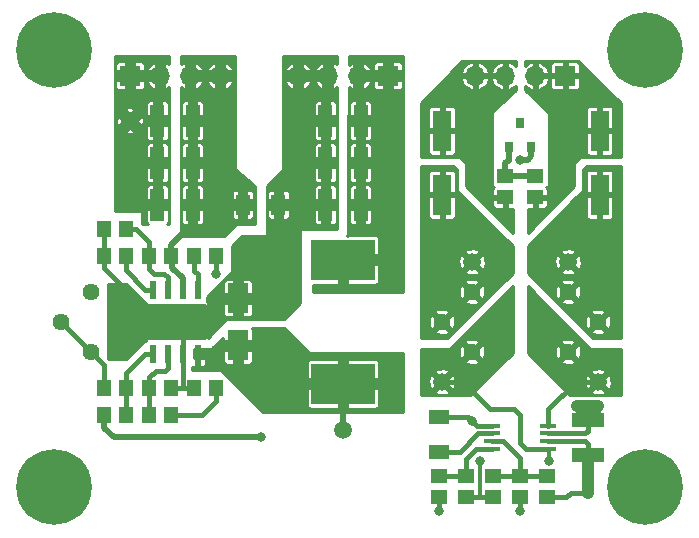
<source format=gbr>
G04 #@! TF.GenerationSoftware,KiCad,Pcbnew,6.0.0-rc1-unknown-r13783-618182dc*
G04 #@! TF.CreationDate,2018-09-26T19:15:08+03:00*
G04 #@! TF.ProjectId,vfd-ps,7666642D70732E6B696361645F706362,A*
G04 #@! TF.SameCoordinates,Original*
G04 #@! TF.FileFunction,Copper,L1,Top,Signal*
G04 #@! TF.FilePolarity,Positive*
%FSLAX46Y46*%
G04 Gerber Fmt 4.6, Leading zero omitted, Abs format (unit mm)*
G04 Created by KiCad (PCBNEW 6.0.0-rc1-unknown-r13783-618182dc) date Wed Sep 26 19:15:08 2018*
%MOMM*%
%LPD*%
G01*
G04 APERTURE LIST*
G04 #@! TA.AperFunction,SMDPad,CuDef*
%ADD10R,1.450000X0.450000*%
G04 #@! TD*
G04 #@! TA.AperFunction,SMDPad,CuDef*
%ADD11R,3.100000X2.600000*%
G04 #@! TD*
G04 #@! TA.AperFunction,Conductor*
%ADD12R,4.500000X2.950000*%
G04 #@! TD*
G04 #@! TA.AperFunction,SMDPad,CuDef*
%ADD13R,0.600000X1.550000*%
G04 #@! TD*
G04 #@! TA.AperFunction,ViaPad*
%ADD14C,0.600000*%
G04 #@! TD*
G04 #@! TA.AperFunction,ComponentPad*
%ADD15C,1.500000*%
G04 #@! TD*
G04 #@! TA.AperFunction,ComponentPad*
%ADD16C,1.440000*%
G04 #@! TD*
G04 #@! TA.AperFunction,SMDPad,CuDef*
%ADD17R,1.450000X1.150000*%
G04 #@! TD*
G04 #@! TA.AperFunction,SMDPad,CuDef*
%ADD18R,1.150000X1.450000*%
G04 #@! TD*
G04 #@! TA.AperFunction,SMDPad,CuDef*
%ADD19R,5.400000X3.500000*%
G04 #@! TD*
G04 #@! TA.AperFunction,ComponentPad*
%ADD20O,1.700000X1.700000*%
G04 #@! TD*
G04 #@! TA.AperFunction,ComponentPad*
%ADD21R,1.700000X1.700000*%
G04 #@! TD*
G04 #@! TA.AperFunction,SMDPad,CuDef*
%ADD22R,0.800000X0.900000*%
G04 #@! TD*
G04 #@! TA.AperFunction,SMDPad,CuDef*
%ADD23R,1.800000X2.500000*%
G04 #@! TD*
G04 #@! TA.AperFunction,SMDPad,CuDef*
%ADD24R,1.800000X1.150000*%
G04 #@! TD*
G04 #@! TA.AperFunction,SMDPad,CuDef*
%ADD25R,1.600000X3.500000*%
G04 #@! TD*
G04 #@! TA.AperFunction,SMDPad,CuDef*
%ADD26R,2.700000X1.150000*%
G04 #@! TD*
G04 #@! TA.AperFunction,SMDPad,CuDef*
%ADD27R,1.150000X2.700000*%
G04 #@! TD*
G04 #@! TA.AperFunction,SMDPad,CuDef*
%ADD28R,1.150000X1.800000*%
G04 #@! TD*
G04 #@! TA.AperFunction,ComponentPad*
%ADD29C,6.400000*%
G04 #@! TD*
G04 #@! TA.AperFunction,ComponentPad*
%ADD30C,0.800000*%
G04 #@! TD*
G04 #@! TA.AperFunction,ViaPad*
%ADD31C,0.800000*%
G04 #@! TD*
G04 #@! TA.AperFunction,Conductor*
%ADD32C,0.400000*%
G04 #@! TD*
G04 #@! TA.AperFunction,Conductor*
%ADD33C,1.000000*%
G04 #@! TD*
G04 #@! TA.AperFunction,Conductor*
%ADD34C,0.500000*%
G04 #@! TD*
G04 #@! TA.AperFunction,Conductor*
%ADD35C,0.300000*%
G04 #@! TD*
G04 #@! TA.AperFunction,Conductor*
%ADD36C,0.254000*%
G04 #@! TD*
G04 APERTURE END LIST*
D10*
G04 #@! TO.P,U2,8*
G04 #@! TO.N,Net-(RV3-Pad1)*
X163817000Y-110785000D03*
G04 #@! TO.P,U2,7*
G04 #@! TO.N,GND*
X163817000Y-111435000D03*
G04 #@! TO.P,U2,6*
G04 #@! TO.N,+5V*
X163817000Y-112085000D03*
G04 #@! TO.P,U2,5*
G04 #@! TO.N,Net-(R10-Pad2)*
X163817000Y-112735000D03*
G04 #@! TO.P,U2,4*
G04 #@! TO.N,Net-(C14-Pad1)*
X159017000Y-112735000D03*
G04 #@! TO.P,U2,3*
G04 #@! TO.N,Net-(R12-Pad1)*
X159017000Y-112085000D03*
G04 #@! TO.P,U2,2*
G04 #@! TO.N,Net-(C15-Pad1)*
X159017000Y-111435000D03*
G04 #@! TO.P,U2,1*
G04 #@! TO.N,GND*
X159017000Y-110785000D03*
G04 #@! TD*
D11*
G04 #@! TO.P,U1,9*
G04 #@! TO.N,GNDPAD*
X132207000Y-101981000D03*
D12*
G04 #@! TD*
G04 #@! TO.N,GNDPAD*
G04 #@! TO.C,U1*
X132207000Y-101981000D03*
D13*
G04 #@! TO.P,U1,1*
G04 #@! TO.N,Net-(C5-Pad1)*
X134112000Y-99281000D03*
G04 #@! TO.P,U1,2*
G04 #@! TO.N,+5V*
X132842000Y-99281000D03*
G04 #@! TO.P,U1,3*
G04 #@! TO.N,Net-(R1-Pad2)*
X131572000Y-99281000D03*
G04 #@! TO.P,U1,4*
G04 #@! TO.N,Net-(R4-Pad1)*
X130302000Y-99281000D03*
G04 #@! TO.P,U1,5*
G04 #@! TO.N,Net-(R2-Pad2)*
X130302000Y-104681000D03*
G04 #@! TO.P,U1,6*
G04 #@! TO.N,Net-(C10-Pad1)*
X131572000Y-104681000D03*
G04 #@! TO.P,U1,7*
G04 #@! TO.N,GNDPAD*
X132842000Y-104681000D03*
G04 #@! TO.P,U1,8*
G04 #@! TO.N,Net-(C5-Pad2)*
X134112000Y-104681000D03*
D14*
G04 #@! TD*
G04 #@! TO.N,GNDPAD*
G04 #@! TO.C,U1*
X134007000Y-101381000D03*
G04 #@! TO.N,GNDPAD*
G04 #@! TO.C,U1*
X132807000Y-101381000D03*
X132807000Y-102581000D03*
X134007000Y-102581000D03*
X130407000Y-101381000D03*
X131507000Y-101381000D03*
X131507000Y-102581000D03*
X130407000Y-102581000D03*
G04 #@! TD*
D15*
G04 #@! TO.P,TP6,1*
G04 #@! TO.N,GND*
X128397000Y-84963000D03*
G04 #@! TD*
G04 #@! TO.P,TP5,1*
G04 #@! TO.N,Net-(C13-Pad2)*
X165481000Y-96901000D03*
G04 #@! TD*
G04 #@! TO.P,TP4,1*
G04 #@! TO.N,Net-(C11-Pad2)*
X157353000Y-96901000D03*
G04 #@! TD*
G04 #@! TO.P,TP3,1*
G04 #@! TO.N,Net-(RV3-Pad1)*
X168021000Y-107061000D03*
G04 #@! TD*
G04 #@! TO.P,TP2,1*
G04 #@! TO.N,Net-(R10-Pad2)*
X154813000Y-107061000D03*
G04 #@! TD*
G04 #@! TO.P,TP1,1*
G04 #@! TO.N,Net-(C5-Pad2)*
X146431000Y-111125000D03*
G04 #@! TD*
D16*
G04 #@! TO.P,RV3,1*
G04 #@! TO.N,Net-(RV3-Pad1)*
X165481000Y-104521000D03*
G04 #@! TO.P,RV3,2*
G04 #@! TO.N,Net-(C13-Pad2)*
X168021000Y-101981000D03*
G04 #@! TO.P,RV3,3*
X165481000Y-99441000D03*
G04 #@! TD*
G04 #@! TO.P,RV2,1*
G04 #@! TO.N,Net-(C11-Pad2)*
X157353000Y-99441000D03*
G04 #@! TO.P,RV2,2*
X154813000Y-101981000D03*
G04 #@! TO.P,RV2,3*
G04 #@! TO.N,Net-(R10-Pad2)*
X157353000Y-104521000D03*
G04 #@! TD*
G04 #@! TO.P,RV1,1*
G04 #@! TO.N,GND*
X125095000Y-99441000D03*
G04 #@! TO.P,RV1,2*
G04 #@! TO.N,Net-(R2-Pad1)*
X122555000Y-101981000D03*
G04 #@! TO.P,RV1,3*
X125095000Y-104521000D03*
G04 #@! TD*
D17*
G04 #@! TO.P,R12,2*
G04 #@! TO.N,GND*
X161417000Y-116851000D03*
G04 #@! TO.P,R12,1*
G04 #@! TO.N,Net-(R12-Pad1)*
X161417000Y-115051000D03*
G04 #@! TD*
G04 #@! TO.P,R11,2*
G04 #@! TO.N,VF2*
X162687000Y-91451000D03*
G04 #@! TO.P,R11,1*
G04 #@! TO.N,Net-(D2-Pad1)*
X162687000Y-89651000D03*
G04 #@! TD*
G04 #@! TO.P,R10,2*
G04 #@! TO.N,Net-(R10-Pad2)*
X156845000Y-116851000D03*
G04 #@! TO.P,R10,1*
G04 #@! TO.N,Net-(C14-Pad1)*
X156845000Y-115051000D03*
G04 #@! TD*
G04 #@! TO.P,R9,2*
G04 #@! TO.N,Net-(R10-Pad2)*
X159131000Y-116851000D03*
G04 #@! TO.P,R9,1*
G04 #@! TO.N,Net-(R12-Pad1)*
X159131000Y-115051000D03*
G04 #@! TD*
G04 #@! TO.P,R8,2*
G04 #@! TO.N,+5V*
X163703000Y-116851000D03*
G04 #@! TO.P,R8,1*
G04 #@! TO.N,Net-(R12-Pad1)*
X163703000Y-115051000D03*
G04 #@! TD*
G04 #@! TO.P,R7,2*
G04 #@! TO.N,Net-(D2-Pad1)*
X160147000Y-89651000D03*
G04 #@! TO.P,R7,1*
G04 #@! TO.N,VF1*
X160147000Y-91451000D03*
G04 #@! TD*
D18*
G04 #@! TO.P,R6,2*
G04 #@! TO.N,GNDPAD*
X126227000Y-109855000D03*
G04 #@! TO.P,R6,1*
G04 #@! TO.N,Net-(R2-Pad2)*
X128027000Y-109855000D03*
G04 #@! TD*
G04 #@! TO.P,R5,2*
G04 #@! TO.N,Net-(C9-Pad1)*
X131837000Y-109855000D03*
G04 #@! TO.P,R5,1*
G04 #@! TO.N,Net-(C10-Pad1)*
X130037000Y-109855000D03*
G04 #@! TD*
G04 #@! TO.P,R4,2*
G04 #@! TO.N,GNDPAD*
X126227000Y-96393000D03*
G04 #@! TO.P,R4,1*
G04 #@! TO.N,Net-(R4-Pad1)*
X128027000Y-96393000D03*
G04 #@! TD*
G04 #@! TO.P,R3,2*
G04 #@! TO.N,GNDPAD*
X126227000Y-94107000D03*
G04 #@! TO.P,R3,1*
G04 #@! TO.N,Net-(R1-Pad2)*
X128027000Y-94107000D03*
G04 #@! TD*
G04 #@! TO.P,R2,2*
G04 #@! TO.N,Net-(R2-Pad2)*
X128027000Y-107569000D03*
G04 #@! TO.P,R2,1*
G04 #@! TO.N,Net-(R2-Pad1)*
X126227000Y-107569000D03*
G04 #@! TD*
G04 #@! TO.P,R1,2*
G04 #@! TO.N,Net-(R1-Pad2)*
X130037000Y-96393000D03*
G04 #@! TO.P,R1,1*
G04 #@! TO.N,+5V*
X131837000Y-96393000D03*
G04 #@! TD*
D19*
G04 #@! TO.P,L1,1*
G04 #@! TO.N,Net-(C5-Pad2)*
X146431000Y-107231000D03*
G04 #@! TO.P,L1,2*
G04 #@! TO.N,GND*
X146431000Y-96731000D03*
G04 #@! TD*
D20*
G04 #@! TO.P,J3,4*
G04 #@! TO.N,VF1*
X157607000Y-81153000D03*
G04 #@! TO.P,J3,3*
X160147000Y-81153000D03*
G04 #@! TO.P,J3,2*
G04 #@! TO.N,VF2*
X162687000Y-81153000D03*
D21*
G04 #@! TO.P,J3,1*
X165227000Y-81153000D03*
G04 #@! TD*
D20*
G04 #@! TO.P,J2,4*
G04 #@! TO.N,GNDPAD*
X142621000Y-81153000D03*
G04 #@! TO.P,J2,3*
X145161000Y-81153000D03*
G04 #@! TO.P,J2,2*
G04 #@! TO.N,GND*
X147701000Y-81153000D03*
D21*
G04 #@! TO.P,J2,1*
X150241000Y-81153000D03*
G04 #@! TD*
D20*
G04 #@! TO.P,J1,4*
G04 #@! TO.N,+5V*
X136017000Y-81153000D03*
G04 #@! TO.P,J1,3*
X133477000Y-81153000D03*
G04 #@! TO.P,J1,2*
G04 #@! TO.N,GND*
X130937000Y-81153000D03*
D21*
G04 #@! TO.P,J1,1*
X128397000Y-81153000D03*
G04 #@! TD*
D22*
G04 #@! TO.P,D2,3*
G04 #@! TO.N,N/C*
X161417000Y-85156506D03*
G04 #@! TO.P,D2,2*
G04 #@! TO.N,Net-(D2-Pad2)*
X162367000Y-87156506D03*
G04 #@! TO.P,D2,1*
G04 #@! TO.N,Net-(D2-Pad1)*
X160467000Y-87156506D03*
G04 #@! TD*
D23*
G04 #@! TO.P,D1,2*
G04 #@! TO.N,GNDPAD*
X137541000Y-99981000D03*
G04 #@! TO.P,D1,1*
G04 #@! TO.N,Net-(C5-Pad2)*
X137541000Y-103981000D03*
G04 #@! TD*
D24*
G04 #@! TO.P,C15,2*
G04 #@! TO.N,GND*
X154559000Y-110006000D03*
G04 #@! TO.P,C15,1*
G04 #@! TO.N,Net-(C15-Pad1)*
X154559000Y-113006000D03*
G04 #@! TD*
D17*
G04 #@! TO.P,C14,2*
G04 #@! TO.N,GND*
X154559000Y-116851000D03*
G04 #@! TO.P,C14,1*
G04 #@! TO.N,Net-(C14-Pad1)*
X154559000Y-115051000D03*
G04 #@! TD*
D25*
G04 #@! TO.P,C13,2*
G04 #@! TO.N,Net-(C13-Pad2)*
X168148000Y-91219000D03*
G04 #@! TO.P,C13,1*
G04 #@! TO.N,VF2*
X168148000Y-85819000D03*
G04 #@! TD*
D26*
G04 #@! TO.P,C12,2*
G04 #@! TO.N,GND*
X167132000Y-110260000D03*
G04 #@! TO.P,C12,1*
G04 #@! TO.N,+5V*
X167132000Y-113260000D03*
G04 #@! TD*
D25*
G04 #@! TO.P,C11,2*
G04 #@! TO.N,Net-(C11-Pad2)*
X154813000Y-91219000D03*
G04 #@! TO.P,C11,1*
G04 #@! TO.N,VF1*
X154813000Y-85819000D03*
G04 #@! TD*
D18*
G04 #@! TO.P,C10,2*
G04 #@! TO.N,GNDPAD*
X131837000Y-107569000D03*
G04 #@! TO.P,C10,1*
G04 #@! TO.N,Net-(C10-Pad1)*
X130037000Y-107569000D03*
G04 #@! TD*
G04 #@! TO.P,C9,2*
G04 #@! TO.N,GNDPAD*
X133847000Y-107569000D03*
G04 #@! TO.P,C9,1*
G04 #@! TO.N,Net-(C9-Pad1)*
X135647000Y-107569000D03*
G04 #@! TD*
D27*
G04 #@! TO.P,C8,2*
G04 #@! TO.N,GNDPAD*
X144931000Y-84963000D03*
G04 #@! TO.P,C8,1*
G04 #@! TO.N,GND*
X147931000Y-84963000D03*
G04 #@! TD*
G04 #@! TO.P,C7,2*
G04 #@! TO.N,GNDPAD*
X144931000Y-88519000D03*
G04 #@! TO.P,C7,1*
G04 #@! TO.N,GND*
X147931000Y-88519000D03*
G04 #@! TD*
G04 #@! TO.P,C6,2*
G04 #@! TO.N,GNDPAD*
X144931000Y-92075000D03*
G04 #@! TO.P,C6,1*
G04 #@! TO.N,GND*
X147931000Y-92075000D03*
G04 #@! TD*
D18*
G04 #@! TO.P,C5,2*
G04 #@! TO.N,Net-(C5-Pad2)*
X135647000Y-96393000D03*
G04 #@! TO.P,C5,1*
G04 #@! TO.N,Net-(C5-Pad1)*
X133847000Y-96393000D03*
G04 #@! TD*
D28*
G04 #@! TO.P,C4,2*
G04 #@! TO.N,GNDPAD*
X140946000Y-92075000D03*
G04 #@! TO.P,C4,1*
G04 #@! TO.N,+5V*
X137946000Y-92075000D03*
G04 #@! TD*
D27*
G04 #@! TO.P,C3,2*
G04 #@! TO.N,GND*
X130707000Y-92075000D03*
G04 #@! TO.P,C3,1*
G04 #@! TO.N,+5V*
X133707000Y-92075000D03*
G04 #@! TD*
G04 #@! TO.P,C2,2*
G04 #@! TO.N,GND*
X130707000Y-88519000D03*
G04 #@! TO.P,C2,1*
G04 #@! TO.N,+5V*
X133707000Y-88519000D03*
G04 #@! TD*
G04 #@! TO.P,C1,2*
G04 #@! TO.N,GND*
X130707000Y-84963000D03*
G04 #@! TO.P,C1,1*
G04 #@! TO.N,+5V*
X133707000Y-84963000D03*
G04 #@! TD*
D29*
G04 #@! TO.P,REF\002A\002A,1*
G04 #@! TO.N,N/C*
X122000000Y-116000000D03*
D30*
X122000000Y-118400000D03*
X120302944Y-117697056D03*
X119600000Y-116000000D03*
X120302944Y-114302944D03*
X122000000Y-113600000D03*
X123697056Y-114302944D03*
X124400000Y-116000000D03*
X123697056Y-117697056D03*
G04 #@! TD*
D29*
G04 #@! TO.P,REF\002A\002A,1*
G04 #@! TO.N,N/C*
X122000000Y-79000000D03*
D30*
X122000000Y-81400000D03*
X120302944Y-80697056D03*
X119600000Y-79000000D03*
X120302944Y-77302944D03*
X122000000Y-76600000D03*
X123697056Y-77302944D03*
X124400000Y-79000000D03*
X123697056Y-80697056D03*
G04 #@! TD*
D29*
G04 #@! TO.P,REF\002A\002A,1*
G04 #@! TO.N,N/C*
X172000000Y-116000000D03*
D30*
X172000000Y-118400000D03*
X170302944Y-117697056D03*
X169600000Y-116000000D03*
X170302944Y-114302944D03*
X172000000Y-113600000D03*
X173697056Y-114302944D03*
X174400000Y-116000000D03*
X173697056Y-117697056D03*
G04 #@! TD*
D29*
G04 #@! TO.P,REF\002A\002A,1*
G04 #@! TO.N,N/C*
X172000000Y-79000000D03*
D30*
X172000000Y-81400000D03*
X170302944Y-80697056D03*
X169600000Y-79000000D03*
X170302944Y-77302944D03*
X172000000Y-76600000D03*
X173697056Y-77302944D03*
X174400000Y-79000000D03*
X173697056Y-80697056D03*
G04 #@! TD*
D31*
G04 #@! TO.N,GND*
X128905000Y-87630000D03*
X128905000Y-88900000D03*
X128905000Y-90170000D03*
X128905000Y-91440000D03*
X161417000Y-117983000D03*
X157353000Y-110363000D03*
X154559000Y-117983000D03*
X167132002Y-109093000D03*
X168021000Y-109093000D03*
X166243000Y-109093000D03*
G04 #@! TO.N,+5V*
X167132000Y-114554000D03*
X167132000Y-115570000D03*
X167132000Y-116458996D03*
G04 #@! TO.N,GNDPAD*
X139445998Y-111760000D03*
G04 #@! TO.N,Net-(C5-Pad2)*
X135636000Y-97917000D03*
X135636000Y-105283000D03*
G04 #@! TO.N,Net-(D2-Pad2)*
X161417000Y-88265000D03*
G04 #@! TO.N,Net-(R10-Pad2)*
X163830000Y-113792000D03*
X157988000Y-113792008D03*
G04 #@! TD*
D32*
G04 #@! TO.N,GND*
X164942000Y-111435000D02*
X163817000Y-111435000D01*
X166932000Y-111435000D02*
X164942000Y-111435000D01*
X167132000Y-111235000D02*
X166932000Y-111435000D01*
X167132000Y-110260000D02*
X167132000Y-111235000D01*
X161417000Y-116851000D02*
X161417000Y-117983000D01*
X159017000Y-110785000D02*
X157775000Y-110785000D01*
X157775000Y-110785000D02*
X157353000Y-110363000D01*
X154559000Y-116851000D02*
X154559000Y-117983000D01*
X156996000Y-110006000D02*
X157353000Y-110363000D01*
X154559000Y-110006000D02*
X156996000Y-110006000D01*
D33*
X167132002Y-110259998D02*
X168021000Y-109093000D01*
X167132002Y-109658685D02*
X166243000Y-109093000D01*
X167132000Y-110260000D02*
X167132002Y-110259998D01*
X167132002Y-109093000D02*
X168021000Y-109093000D01*
X168021000Y-109093000D02*
X166243000Y-109093000D01*
X168021000Y-109093000D02*
X167132002Y-109658685D01*
X166243000Y-109093000D02*
X167132002Y-109093000D01*
D34*
G04 #@! TO.N,+5V*
X131953000Y-96647000D02*
X131837000Y-96531000D01*
X131837000Y-96531000D02*
X131837000Y-96393000D01*
X132842000Y-99281000D02*
X132842000Y-98298000D01*
X131953000Y-97409000D02*
X131953000Y-96647000D01*
X132842000Y-98298000D02*
X131953000Y-97409000D01*
X133731000Y-92099000D02*
X133707000Y-92075000D01*
X131837000Y-96393000D02*
X131837000Y-95493000D01*
X133731000Y-93599000D02*
X133731000Y-92099000D01*
X131837000Y-95493000D02*
X133731000Y-93599000D01*
X133707000Y-92075000D02*
X133707000Y-88519000D01*
X133707000Y-88519000D02*
X133707000Y-84963000D01*
X133477000Y-81153000D02*
X136017000Y-81153000D01*
X133707000Y-81383000D02*
X133477000Y-81153000D01*
X133707000Y-84963000D02*
X133707000Y-81383000D01*
X133707000Y-92075000D02*
X137946000Y-92075000D01*
D32*
X167132000Y-112285000D02*
X167132000Y-113260000D01*
X166932000Y-112085000D02*
X167132000Y-112285000D01*
X163817000Y-112085000D02*
X166932000Y-112085000D01*
D33*
X167132000Y-113260000D02*
X167132000Y-114554000D01*
X167132000Y-114554000D02*
X167132000Y-116458996D01*
D32*
X167131996Y-116459000D02*
X167132000Y-116458996D01*
X165735000Y-116459000D02*
X167131996Y-116459000D01*
X163703000Y-116851000D02*
X165343000Y-116851000D01*
X165343000Y-116851000D02*
X165735000Y-116459000D01*
D34*
G04 #@! TO.N,GNDPAD*
X142621000Y-81153000D02*
X145161000Y-81153000D01*
X144931000Y-81383000D02*
X145161000Y-81153000D01*
X144931000Y-84963000D02*
X144931000Y-81383000D01*
X144931000Y-84963000D02*
X144931000Y-88519000D01*
D35*
X144931000Y-90169000D02*
X144931000Y-92075000D01*
X144931000Y-88519000D02*
X144931000Y-90169000D01*
X144931000Y-92075000D02*
X140946000Y-92075000D01*
D32*
X132842000Y-102616000D02*
X132807000Y-102581000D01*
X132842000Y-104681000D02*
X132842000Y-102616000D01*
X132842000Y-104681000D02*
X132842000Y-107569000D01*
X131837000Y-107569000D02*
X132842000Y-107569000D01*
X132842000Y-107569000D02*
X133847000Y-107569000D01*
X126227000Y-94107000D02*
X126227000Y-96393000D01*
X130190000Y-101381000D02*
X130407000Y-101381000D01*
X126227000Y-97418000D02*
X130190000Y-101381000D01*
X126227000Y-96393000D02*
X126227000Y-97418000D01*
D34*
X138880313Y-111760000D02*
X139445998Y-111760000D01*
X127000000Y-111760000D02*
X138880313Y-111760000D01*
X126227000Y-109855000D02*
X126227000Y-110987000D01*
X126227000Y-110987000D02*
X127000000Y-111760000D01*
D32*
G04 #@! TO.N,Net-(C5-Pad2)*
X135647000Y-96393000D02*
X135647000Y-97906000D01*
D35*
X135647000Y-97906000D02*
X135636000Y-97917000D01*
D34*
X146431000Y-111125000D02*
X146431000Y-107231000D01*
D32*
G04 #@! TO.N,Net-(C5-Pad1)*
X134112000Y-99281000D02*
X134112000Y-97917000D01*
X133847000Y-97652000D02*
X133847000Y-96393000D01*
X134112000Y-97917000D02*
X133847000Y-97652000D01*
G04 #@! TO.N,Net-(C9-Pad1)*
X135647000Y-108701000D02*
X135647000Y-107569000D01*
X131837000Y-109855000D02*
X134493000Y-109855000D01*
X134493000Y-109855000D02*
X135647000Y-108701000D01*
G04 #@! TO.N,Net-(C10-Pad1)*
X130037000Y-107569000D02*
X130037000Y-109855000D01*
X131572000Y-105918000D02*
X131572000Y-104681000D01*
X131318000Y-106172000D02*
X131572000Y-105918000D01*
X130556000Y-106172000D02*
X131318000Y-106172000D01*
X130037000Y-107569000D02*
X130037000Y-106691000D01*
X130037000Y-106691000D02*
X130556000Y-106172000D01*
G04 #@! TO.N,Net-(C14-Pad1)*
X154559000Y-115051000D02*
X156845000Y-115051000D01*
X159017000Y-112735000D02*
X157693000Y-112735000D01*
X156845000Y-113583000D02*
X156845000Y-115051000D01*
X157693000Y-112735000D02*
X156845000Y-113583000D01*
G04 #@! TO.N,Net-(C15-Pad1)*
X157892000Y-111435000D02*
X159017000Y-111435000D01*
X156321000Y-113006000D02*
X154559000Y-113006000D01*
X157892000Y-111435000D02*
X156321000Y-113006000D01*
D34*
G04 #@! TO.N,Net-(D2-Pad2)*
X162052000Y-88265000D02*
X161417000Y-88265000D01*
X162367000Y-87156506D02*
X162367000Y-87950000D01*
X162367000Y-87950000D02*
X162052000Y-88265000D01*
G04 #@! TO.N,Net-(D2-Pad1)*
X162687000Y-89651000D02*
X160147000Y-89651000D01*
X160467000Y-87156506D02*
X160467000Y-88326000D01*
X160397000Y-88326000D02*
X160147000Y-88576000D01*
X160147000Y-88576000D02*
X160147000Y-89651000D01*
X160467000Y-88326000D02*
X160397000Y-88326000D01*
D32*
G04 #@! TO.N,Net-(R1-Pad2)*
X131572000Y-98206000D02*
X131283000Y-97917000D01*
X131572000Y-99281000D02*
X131572000Y-98206000D01*
X131283000Y-97917000D02*
X130429000Y-97917000D01*
X130037000Y-97525000D02*
X130037000Y-96393000D01*
X130429000Y-97917000D02*
X130037000Y-97525000D01*
X130037000Y-95368000D02*
X130037000Y-96393000D01*
D35*
X130037000Y-95242000D02*
X130037000Y-95368000D01*
D32*
X128902000Y-94107000D02*
X130037000Y-95242000D01*
X128027000Y-94107000D02*
X128902000Y-94107000D01*
G04 #@! TO.N,Net-(R2-Pad2)*
X128027000Y-109855000D02*
X128027000Y-107569000D01*
X130302000Y-104681000D02*
X129634000Y-104681000D01*
X128027000Y-106288000D02*
X128027000Y-107569000D01*
X129634000Y-104681000D02*
X128027000Y-106288000D01*
G04 #@! TO.N,Net-(R2-Pad1)*
X126227000Y-105653000D02*
X125095000Y-104521000D01*
X126227000Y-107569000D02*
X126227000Y-105653000D01*
X125095000Y-104521000D02*
X122555000Y-101981000D01*
G04 #@! TO.N,Net-(R4-Pad1)*
X130302000Y-99281000D02*
X129702000Y-99281000D01*
X128027000Y-97606000D02*
X128027000Y-96393000D01*
X129702000Y-99281000D02*
X128027000Y-97606000D01*
G04 #@! TO.N,Net-(R12-Pad1)*
X161417000Y-115051000D02*
X163703000Y-115051000D01*
X159131000Y-115051000D02*
X161417000Y-115051000D01*
X161417000Y-113497542D02*
X160004458Y-112085000D01*
X161417000Y-115051000D02*
X161417000Y-113497542D01*
X160004458Y-112085000D02*
X159017000Y-112085000D01*
D34*
G04 #@! TO.N,Net-(R10-Pad2)*
X157353000Y-104521000D02*
X154813000Y-107061000D01*
D32*
X156845000Y-116851000D02*
X159131000Y-116851000D01*
X161884000Y-112735000D02*
X163817000Y-112735000D01*
X156591000Y-107061000D02*
X158877000Y-109347000D01*
X154813000Y-107061000D02*
X156591000Y-107061000D01*
X160909000Y-109347000D02*
X161417000Y-109855000D01*
X158877000Y-109347000D02*
X160909000Y-109347000D01*
X161417000Y-109855000D02*
X161417000Y-112268000D01*
X161417000Y-112268000D02*
X161884000Y-112735000D01*
D35*
X163830000Y-112748000D02*
X163817000Y-112735000D01*
X163830000Y-113792000D02*
X163830000Y-112748000D01*
X157988000Y-114357693D02*
X157988000Y-113792008D01*
X159131000Y-116851000D02*
X157999000Y-116851000D01*
X157988000Y-116840000D02*
X157988000Y-114357693D01*
X157999000Y-116851000D02*
X157988000Y-116840000D01*
D34*
G04 #@! TO.N,Net-(RV3-Pad1)*
X165481000Y-104521000D02*
X168021000Y-107061000D01*
D32*
X163817000Y-109360000D02*
X166116000Y-107061000D01*
X163817000Y-110785000D02*
X163817000Y-109360000D01*
X166116000Y-107061000D02*
X166960340Y-107061000D01*
X166960340Y-107061000D02*
X168021000Y-107061000D01*
G04 #@! TD*
D36*
G04 #@! TO.N,+5V*
G36*
X137287000Y-89027000D02*
X137296667Y-89075601D01*
X137331965Y-89123950D01*
X138938000Y-90482903D01*
X138938000Y-93726000D01*
X137414000Y-93726000D01*
X137365399Y-93735667D01*
X137324197Y-93763197D01*
X136345394Y-94742000D01*
X132715000Y-94742000D01*
X132715000Y-92543250D01*
X132751000Y-92543250D01*
X132751000Y-93500785D01*
X132809004Y-93640819D01*
X132916180Y-93747996D01*
X133056214Y-93806000D01*
X133324250Y-93806000D01*
X133419500Y-93710750D01*
X133419500Y-92448000D01*
X133994500Y-92448000D01*
X133994500Y-93710750D01*
X134089750Y-93806000D01*
X134357786Y-93806000D01*
X134497820Y-93747996D01*
X134604996Y-93640819D01*
X134663000Y-93500785D01*
X134663000Y-92543250D01*
X136990000Y-92543250D01*
X136990000Y-93050785D01*
X137048004Y-93190819D01*
X137155180Y-93297996D01*
X137295214Y-93356000D01*
X137563250Y-93356000D01*
X137658500Y-93260750D01*
X137658500Y-92448000D01*
X138233500Y-92448000D01*
X138233500Y-93260750D01*
X138328750Y-93356000D01*
X138596786Y-93356000D01*
X138736820Y-93297996D01*
X138843996Y-93190819D01*
X138902000Y-93050785D01*
X138902000Y-92543250D01*
X138806750Y-92448000D01*
X138233500Y-92448000D01*
X137658500Y-92448000D01*
X137085250Y-92448000D01*
X136990000Y-92543250D01*
X134663000Y-92543250D01*
X134567750Y-92448000D01*
X133994500Y-92448000D01*
X133419500Y-92448000D01*
X132846250Y-92448000D01*
X132751000Y-92543250D01*
X132715000Y-92543250D01*
X132715000Y-90649215D01*
X132751000Y-90649215D01*
X132751000Y-91606750D01*
X132846250Y-91702000D01*
X133419500Y-91702000D01*
X133419500Y-90439250D01*
X133994500Y-90439250D01*
X133994500Y-91702000D01*
X134567750Y-91702000D01*
X134663000Y-91606750D01*
X134663000Y-91099215D01*
X136990000Y-91099215D01*
X136990000Y-91606750D01*
X137085250Y-91702000D01*
X137658500Y-91702000D01*
X137658500Y-90889250D01*
X138233500Y-90889250D01*
X138233500Y-91702000D01*
X138806750Y-91702000D01*
X138902000Y-91606750D01*
X138902000Y-91099215D01*
X138843996Y-90959181D01*
X138736820Y-90852004D01*
X138596786Y-90794000D01*
X138328750Y-90794000D01*
X138233500Y-90889250D01*
X137658500Y-90889250D01*
X137563250Y-90794000D01*
X137295214Y-90794000D01*
X137155180Y-90852004D01*
X137048004Y-90959181D01*
X136990000Y-91099215D01*
X134663000Y-91099215D01*
X134663000Y-90649215D01*
X134604996Y-90509181D01*
X134497820Y-90402004D01*
X134357786Y-90344000D01*
X134089750Y-90344000D01*
X133994500Y-90439250D01*
X133419500Y-90439250D01*
X133324250Y-90344000D01*
X133056214Y-90344000D01*
X132916180Y-90402004D01*
X132809004Y-90509181D01*
X132751000Y-90649215D01*
X132715000Y-90649215D01*
X132715000Y-88987250D01*
X132751000Y-88987250D01*
X132751000Y-89944785D01*
X132809004Y-90084819D01*
X132916180Y-90191996D01*
X133056214Y-90250000D01*
X133324250Y-90250000D01*
X133419500Y-90154750D01*
X133419500Y-88892000D01*
X133994500Y-88892000D01*
X133994500Y-90154750D01*
X134089750Y-90250000D01*
X134357786Y-90250000D01*
X134497820Y-90191996D01*
X134604996Y-90084819D01*
X134663000Y-89944785D01*
X134663000Y-88987250D01*
X134567750Y-88892000D01*
X133994500Y-88892000D01*
X133419500Y-88892000D01*
X132846250Y-88892000D01*
X132751000Y-88987250D01*
X132715000Y-88987250D01*
X132715000Y-87093215D01*
X132751000Y-87093215D01*
X132751000Y-88050750D01*
X132846250Y-88146000D01*
X133419500Y-88146000D01*
X133419500Y-86883250D01*
X133994500Y-86883250D01*
X133994500Y-88146000D01*
X134567750Y-88146000D01*
X134663000Y-88050750D01*
X134663000Y-87093215D01*
X134604996Y-86953181D01*
X134497820Y-86846004D01*
X134357786Y-86788000D01*
X134089750Y-86788000D01*
X133994500Y-86883250D01*
X133419500Y-86883250D01*
X133324250Y-86788000D01*
X133056214Y-86788000D01*
X132916180Y-86846004D01*
X132809004Y-86953181D01*
X132751000Y-87093215D01*
X132715000Y-87093215D01*
X132715000Y-85431250D01*
X132751000Y-85431250D01*
X132751000Y-86388785D01*
X132809004Y-86528819D01*
X132916180Y-86635996D01*
X133056214Y-86694000D01*
X133324250Y-86694000D01*
X133419500Y-86598750D01*
X133419500Y-85336000D01*
X133994500Y-85336000D01*
X133994500Y-86598750D01*
X134089750Y-86694000D01*
X134357786Y-86694000D01*
X134497820Y-86635996D01*
X134604996Y-86528819D01*
X134663000Y-86388785D01*
X134663000Y-85431250D01*
X134567750Y-85336000D01*
X133994500Y-85336000D01*
X133419500Y-85336000D01*
X132846250Y-85336000D01*
X132751000Y-85431250D01*
X132715000Y-85431250D01*
X132715000Y-83537215D01*
X132751000Y-83537215D01*
X132751000Y-84494750D01*
X132846250Y-84590000D01*
X133419500Y-84590000D01*
X133419500Y-83327250D01*
X133994500Y-83327250D01*
X133994500Y-84590000D01*
X134567750Y-84590000D01*
X134663000Y-84494750D01*
X134663000Y-83537215D01*
X134604996Y-83397181D01*
X134497820Y-83290004D01*
X134357786Y-83232000D01*
X134089750Y-83232000D01*
X133994500Y-83327250D01*
X133419500Y-83327250D01*
X133324250Y-83232000D01*
X133056214Y-83232000D01*
X132916180Y-83290004D01*
X132809004Y-83397181D01*
X132751000Y-83537215D01*
X132715000Y-83537215D01*
X132715000Y-82113001D01*
X132925074Y-82253336D01*
X133104000Y-82225753D01*
X133104000Y-81526000D01*
X133850000Y-81526000D01*
X133850000Y-82225753D01*
X134028926Y-82253336D01*
X134282395Y-82084012D01*
X134577371Y-81704931D01*
X134916629Y-81704931D01*
X135211605Y-82084012D01*
X135465074Y-82253336D01*
X135644000Y-82225753D01*
X135644000Y-81526000D01*
X136390000Y-81526000D01*
X136390000Y-82225753D01*
X136568926Y-82253336D01*
X136822395Y-82084012D01*
X137117371Y-81704931D01*
X137094915Y-81526000D01*
X136390000Y-81526000D01*
X135644000Y-81526000D01*
X134939085Y-81526000D01*
X134916629Y-81704931D01*
X134577371Y-81704931D01*
X134554915Y-81526000D01*
X133850000Y-81526000D01*
X133104000Y-81526000D01*
X133084000Y-81526000D01*
X133084000Y-80780000D01*
X133104000Y-80780000D01*
X133104000Y-80080247D01*
X133850000Y-80080247D01*
X133850000Y-80780000D01*
X134554915Y-80780000D01*
X134577371Y-80601069D01*
X134916629Y-80601069D01*
X134939085Y-80780000D01*
X135644000Y-80780000D01*
X135644000Y-80080247D01*
X136390000Y-80080247D01*
X136390000Y-80780000D01*
X137094915Y-80780000D01*
X137117371Y-80601069D01*
X136822395Y-80221988D01*
X136568926Y-80052664D01*
X136390000Y-80080247D01*
X135644000Y-80080247D01*
X135465074Y-80052664D01*
X135211605Y-80221988D01*
X134916629Y-80601069D01*
X134577371Y-80601069D01*
X134282395Y-80221988D01*
X134028926Y-80052664D01*
X133850000Y-80080247D01*
X133104000Y-80080247D01*
X132925074Y-80052664D01*
X132715000Y-80192999D01*
X132715000Y-79502000D01*
X137287000Y-79502000D01*
X137287000Y-89027000D01*
X137287000Y-89027000D01*
G37*
X137287000Y-89027000D02*
X137296667Y-89075601D01*
X137331965Y-89123950D01*
X138938000Y-90482903D01*
X138938000Y-93726000D01*
X137414000Y-93726000D01*
X137365399Y-93735667D01*
X137324197Y-93763197D01*
X136345394Y-94742000D01*
X132715000Y-94742000D01*
X132715000Y-92543250D01*
X132751000Y-92543250D01*
X132751000Y-93500785D01*
X132809004Y-93640819D01*
X132916180Y-93747996D01*
X133056214Y-93806000D01*
X133324250Y-93806000D01*
X133419500Y-93710750D01*
X133419500Y-92448000D01*
X133994500Y-92448000D01*
X133994500Y-93710750D01*
X134089750Y-93806000D01*
X134357786Y-93806000D01*
X134497820Y-93747996D01*
X134604996Y-93640819D01*
X134663000Y-93500785D01*
X134663000Y-92543250D01*
X136990000Y-92543250D01*
X136990000Y-93050785D01*
X137048004Y-93190819D01*
X137155180Y-93297996D01*
X137295214Y-93356000D01*
X137563250Y-93356000D01*
X137658500Y-93260750D01*
X137658500Y-92448000D01*
X138233500Y-92448000D01*
X138233500Y-93260750D01*
X138328750Y-93356000D01*
X138596786Y-93356000D01*
X138736820Y-93297996D01*
X138843996Y-93190819D01*
X138902000Y-93050785D01*
X138902000Y-92543250D01*
X138806750Y-92448000D01*
X138233500Y-92448000D01*
X137658500Y-92448000D01*
X137085250Y-92448000D01*
X136990000Y-92543250D01*
X134663000Y-92543250D01*
X134567750Y-92448000D01*
X133994500Y-92448000D01*
X133419500Y-92448000D01*
X132846250Y-92448000D01*
X132751000Y-92543250D01*
X132715000Y-92543250D01*
X132715000Y-90649215D01*
X132751000Y-90649215D01*
X132751000Y-91606750D01*
X132846250Y-91702000D01*
X133419500Y-91702000D01*
X133419500Y-90439250D01*
X133994500Y-90439250D01*
X133994500Y-91702000D01*
X134567750Y-91702000D01*
X134663000Y-91606750D01*
X134663000Y-91099215D01*
X136990000Y-91099215D01*
X136990000Y-91606750D01*
X137085250Y-91702000D01*
X137658500Y-91702000D01*
X137658500Y-90889250D01*
X138233500Y-90889250D01*
X138233500Y-91702000D01*
X138806750Y-91702000D01*
X138902000Y-91606750D01*
X138902000Y-91099215D01*
X138843996Y-90959181D01*
X138736820Y-90852004D01*
X138596786Y-90794000D01*
X138328750Y-90794000D01*
X138233500Y-90889250D01*
X137658500Y-90889250D01*
X137563250Y-90794000D01*
X137295214Y-90794000D01*
X137155180Y-90852004D01*
X137048004Y-90959181D01*
X136990000Y-91099215D01*
X134663000Y-91099215D01*
X134663000Y-90649215D01*
X134604996Y-90509181D01*
X134497820Y-90402004D01*
X134357786Y-90344000D01*
X134089750Y-90344000D01*
X133994500Y-90439250D01*
X133419500Y-90439250D01*
X133324250Y-90344000D01*
X133056214Y-90344000D01*
X132916180Y-90402004D01*
X132809004Y-90509181D01*
X132751000Y-90649215D01*
X132715000Y-90649215D01*
X132715000Y-88987250D01*
X132751000Y-88987250D01*
X132751000Y-89944785D01*
X132809004Y-90084819D01*
X132916180Y-90191996D01*
X133056214Y-90250000D01*
X133324250Y-90250000D01*
X133419500Y-90154750D01*
X133419500Y-88892000D01*
X133994500Y-88892000D01*
X133994500Y-90154750D01*
X134089750Y-90250000D01*
X134357786Y-90250000D01*
X134497820Y-90191996D01*
X134604996Y-90084819D01*
X134663000Y-89944785D01*
X134663000Y-88987250D01*
X134567750Y-88892000D01*
X133994500Y-88892000D01*
X133419500Y-88892000D01*
X132846250Y-88892000D01*
X132751000Y-88987250D01*
X132715000Y-88987250D01*
X132715000Y-87093215D01*
X132751000Y-87093215D01*
X132751000Y-88050750D01*
X132846250Y-88146000D01*
X133419500Y-88146000D01*
X133419500Y-86883250D01*
X133994500Y-86883250D01*
X133994500Y-88146000D01*
X134567750Y-88146000D01*
X134663000Y-88050750D01*
X134663000Y-87093215D01*
X134604996Y-86953181D01*
X134497820Y-86846004D01*
X134357786Y-86788000D01*
X134089750Y-86788000D01*
X133994500Y-86883250D01*
X133419500Y-86883250D01*
X133324250Y-86788000D01*
X133056214Y-86788000D01*
X132916180Y-86846004D01*
X132809004Y-86953181D01*
X132751000Y-87093215D01*
X132715000Y-87093215D01*
X132715000Y-85431250D01*
X132751000Y-85431250D01*
X132751000Y-86388785D01*
X132809004Y-86528819D01*
X132916180Y-86635996D01*
X133056214Y-86694000D01*
X133324250Y-86694000D01*
X133419500Y-86598750D01*
X133419500Y-85336000D01*
X133994500Y-85336000D01*
X133994500Y-86598750D01*
X134089750Y-86694000D01*
X134357786Y-86694000D01*
X134497820Y-86635996D01*
X134604996Y-86528819D01*
X134663000Y-86388785D01*
X134663000Y-85431250D01*
X134567750Y-85336000D01*
X133994500Y-85336000D01*
X133419500Y-85336000D01*
X132846250Y-85336000D01*
X132751000Y-85431250D01*
X132715000Y-85431250D01*
X132715000Y-83537215D01*
X132751000Y-83537215D01*
X132751000Y-84494750D01*
X132846250Y-84590000D01*
X133419500Y-84590000D01*
X133419500Y-83327250D01*
X133994500Y-83327250D01*
X133994500Y-84590000D01*
X134567750Y-84590000D01*
X134663000Y-84494750D01*
X134663000Y-83537215D01*
X134604996Y-83397181D01*
X134497820Y-83290004D01*
X134357786Y-83232000D01*
X134089750Y-83232000D01*
X133994500Y-83327250D01*
X133419500Y-83327250D01*
X133324250Y-83232000D01*
X133056214Y-83232000D01*
X132916180Y-83290004D01*
X132809004Y-83397181D01*
X132751000Y-83537215D01*
X132715000Y-83537215D01*
X132715000Y-82113001D01*
X132925074Y-82253336D01*
X133104000Y-82225753D01*
X133104000Y-81526000D01*
X133850000Y-81526000D01*
X133850000Y-82225753D01*
X134028926Y-82253336D01*
X134282395Y-82084012D01*
X134577371Y-81704931D01*
X134916629Y-81704931D01*
X135211605Y-82084012D01*
X135465074Y-82253336D01*
X135644000Y-82225753D01*
X135644000Y-81526000D01*
X136390000Y-81526000D01*
X136390000Y-82225753D01*
X136568926Y-82253336D01*
X136822395Y-82084012D01*
X137117371Y-81704931D01*
X137094915Y-81526000D01*
X136390000Y-81526000D01*
X135644000Y-81526000D01*
X134939085Y-81526000D01*
X134916629Y-81704931D01*
X134577371Y-81704931D01*
X134554915Y-81526000D01*
X133850000Y-81526000D01*
X133104000Y-81526000D01*
X133084000Y-81526000D01*
X133084000Y-80780000D01*
X133104000Y-80780000D01*
X133104000Y-80080247D01*
X133850000Y-80080247D01*
X133850000Y-80780000D01*
X134554915Y-80780000D01*
X134577371Y-80601069D01*
X134916629Y-80601069D01*
X134939085Y-80780000D01*
X135644000Y-80780000D01*
X135644000Y-80080247D01*
X136390000Y-80080247D01*
X136390000Y-80780000D01*
X137094915Y-80780000D01*
X137117371Y-80601069D01*
X136822395Y-80221988D01*
X136568926Y-80052664D01*
X136390000Y-80080247D01*
X135644000Y-80080247D01*
X135465074Y-80052664D01*
X135211605Y-80221988D01*
X134916629Y-80601069D01*
X134577371Y-80601069D01*
X134282395Y-80221988D01*
X134028926Y-80052664D01*
X133850000Y-80080247D01*
X133104000Y-80080247D01*
X132925074Y-80052664D01*
X132715000Y-80192999D01*
X132715000Y-79502000D01*
X137287000Y-79502000D01*
X137287000Y-89027000D01*
G04 #@! TO.N,GNDPAD*
G36*
X145923000Y-80192999D02*
X145712926Y-80052664D01*
X145534000Y-80080247D01*
X145534000Y-80780000D01*
X145554000Y-80780000D01*
X145554000Y-81526000D01*
X145534000Y-81526000D01*
X145534000Y-82225753D01*
X145712926Y-82253336D01*
X145923000Y-82113001D01*
X145923000Y-94107000D01*
X142875000Y-94107000D01*
X142826399Y-94116667D01*
X142785197Y-94144197D01*
X142757667Y-94185399D01*
X142748000Y-94234000D01*
X142748000Y-100404394D01*
X141425394Y-101727000D01*
X136652000Y-101727000D01*
X136603399Y-101736667D01*
X136562197Y-101764197D01*
X135001000Y-103325394D01*
X135001000Y-100457000D01*
X134999459Y-100449250D01*
X136260000Y-100449250D01*
X136260000Y-101306786D01*
X136318004Y-101446820D01*
X136425181Y-101553996D01*
X136565215Y-101612000D01*
X137072750Y-101612000D01*
X137168000Y-101516750D01*
X137168000Y-100354000D01*
X137914000Y-100354000D01*
X137914000Y-101516750D01*
X138009250Y-101612000D01*
X138516785Y-101612000D01*
X138656819Y-101553996D01*
X138763996Y-101446820D01*
X138822000Y-101306786D01*
X138822000Y-100449250D01*
X138726750Y-100354000D01*
X137914000Y-100354000D01*
X137168000Y-100354000D01*
X136355250Y-100354000D01*
X136260000Y-100449250D01*
X134999459Y-100449250D01*
X134991333Y-100408399D01*
X134963803Y-100367197D01*
X134922601Y-100339667D01*
X134874000Y-100330000D01*
X134874000Y-99874606D01*
X136093392Y-98655214D01*
X136260000Y-98655214D01*
X136260000Y-99512750D01*
X136355250Y-99608000D01*
X137168000Y-99608000D01*
X137168000Y-98445250D01*
X137914000Y-98445250D01*
X137914000Y-99608000D01*
X138726750Y-99608000D01*
X138822000Y-99512750D01*
X138822000Y-98655214D01*
X138763996Y-98515180D01*
X138656819Y-98408004D01*
X138516785Y-98350000D01*
X138009250Y-98350000D01*
X137914000Y-98445250D01*
X137168000Y-98445250D01*
X137072750Y-98350000D01*
X136565215Y-98350000D01*
X136425181Y-98408004D01*
X136318004Y-98515180D01*
X136260000Y-98655214D01*
X136093392Y-98655214D01*
X136995803Y-97752803D01*
X137023333Y-97711601D01*
X137033000Y-97663000D01*
X137033000Y-95556606D01*
X137847606Y-94742000D01*
X139827000Y-94742000D01*
X139875601Y-94732333D01*
X139916803Y-94704803D01*
X139944333Y-94663601D01*
X139954000Y-94615000D01*
X139954000Y-92543250D01*
X139990000Y-92543250D01*
X139990000Y-93050785D01*
X140048004Y-93190819D01*
X140155180Y-93297996D01*
X140295214Y-93356000D01*
X140563250Y-93356000D01*
X140658500Y-93260750D01*
X140658500Y-92448000D01*
X141233500Y-92448000D01*
X141233500Y-93260750D01*
X141328750Y-93356000D01*
X141596786Y-93356000D01*
X141736820Y-93297996D01*
X141843996Y-93190819D01*
X141902000Y-93050785D01*
X141902000Y-92543250D01*
X143975000Y-92543250D01*
X143975000Y-93500785D01*
X144033004Y-93640819D01*
X144140180Y-93747996D01*
X144280214Y-93806000D01*
X144548250Y-93806000D01*
X144643500Y-93710750D01*
X144643500Y-92448000D01*
X145218500Y-92448000D01*
X145218500Y-93710750D01*
X145313750Y-93806000D01*
X145581786Y-93806000D01*
X145721820Y-93747996D01*
X145828996Y-93640819D01*
X145887000Y-93500785D01*
X145887000Y-92543250D01*
X145791750Y-92448000D01*
X145218500Y-92448000D01*
X144643500Y-92448000D01*
X144070250Y-92448000D01*
X143975000Y-92543250D01*
X141902000Y-92543250D01*
X141806750Y-92448000D01*
X141233500Y-92448000D01*
X140658500Y-92448000D01*
X140085250Y-92448000D01*
X139990000Y-92543250D01*
X139954000Y-92543250D01*
X139954000Y-91099215D01*
X139990000Y-91099215D01*
X139990000Y-91606750D01*
X140085250Y-91702000D01*
X140658500Y-91702000D01*
X140658500Y-90889250D01*
X141233500Y-90889250D01*
X141233500Y-91702000D01*
X141806750Y-91702000D01*
X141902000Y-91606750D01*
X141902000Y-91099215D01*
X141843996Y-90959181D01*
X141736820Y-90852004D01*
X141596786Y-90794000D01*
X141328750Y-90794000D01*
X141233500Y-90889250D01*
X140658500Y-90889250D01*
X140563250Y-90794000D01*
X140295214Y-90794000D01*
X140155180Y-90852004D01*
X140048004Y-90959181D01*
X139990000Y-91099215D01*
X139954000Y-91099215D01*
X139954000Y-90649215D01*
X143975000Y-90649215D01*
X143975000Y-91606750D01*
X144070250Y-91702000D01*
X144643500Y-91702000D01*
X144643500Y-90439250D01*
X145218500Y-90439250D01*
X145218500Y-91702000D01*
X145791750Y-91702000D01*
X145887000Y-91606750D01*
X145887000Y-90649215D01*
X145828996Y-90509181D01*
X145721820Y-90402004D01*
X145581786Y-90344000D01*
X145313750Y-90344000D01*
X145218500Y-90439250D01*
X144643500Y-90439250D01*
X144548250Y-90344000D01*
X144280214Y-90344000D01*
X144140180Y-90402004D01*
X144033004Y-90509181D01*
X143975000Y-90649215D01*
X139954000Y-90649215D01*
X139954000Y-90476606D01*
X141313803Y-89116803D01*
X141341333Y-89075601D01*
X141351000Y-89027000D01*
X141351000Y-88987250D01*
X143975000Y-88987250D01*
X143975000Y-89944785D01*
X144033004Y-90084819D01*
X144140180Y-90191996D01*
X144280214Y-90250000D01*
X144548250Y-90250000D01*
X144643500Y-90154750D01*
X144643500Y-88892000D01*
X145218500Y-88892000D01*
X145218500Y-90154750D01*
X145313750Y-90250000D01*
X145581786Y-90250000D01*
X145721820Y-90191996D01*
X145828996Y-90084819D01*
X145887000Y-89944785D01*
X145887000Y-88987250D01*
X145791750Y-88892000D01*
X145218500Y-88892000D01*
X144643500Y-88892000D01*
X144070250Y-88892000D01*
X143975000Y-88987250D01*
X141351000Y-88987250D01*
X141351000Y-87093215D01*
X143975000Y-87093215D01*
X143975000Y-88050750D01*
X144070250Y-88146000D01*
X144643500Y-88146000D01*
X144643500Y-86883250D01*
X145218500Y-86883250D01*
X145218500Y-88146000D01*
X145791750Y-88146000D01*
X145887000Y-88050750D01*
X145887000Y-87093215D01*
X145828996Y-86953181D01*
X145721820Y-86846004D01*
X145581786Y-86788000D01*
X145313750Y-86788000D01*
X145218500Y-86883250D01*
X144643500Y-86883250D01*
X144548250Y-86788000D01*
X144280214Y-86788000D01*
X144140180Y-86846004D01*
X144033004Y-86953181D01*
X143975000Y-87093215D01*
X141351000Y-87093215D01*
X141351000Y-85431250D01*
X143975000Y-85431250D01*
X143975000Y-86388785D01*
X144033004Y-86528819D01*
X144140180Y-86635996D01*
X144280214Y-86694000D01*
X144548250Y-86694000D01*
X144643500Y-86598750D01*
X144643500Y-85336000D01*
X145218500Y-85336000D01*
X145218500Y-86598750D01*
X145313750Y-86694000D01*
X145581786Y-86694000D01*
X145721820Y-86635996D01*
X145828996Y-86528819D01*
X145887000Y-86388785D01*
X145887000Y-85431250D01*
X145791750Y-85336000D01*
X145218500Y-85336000D01*
X144643500Y-85336000D01*
X144070250Y-85336000D01*
X143975000Y-85431250D01*
X141351000Y-85431250D01*
X141351000Y-83537215D01*
X143975000Y-83537215D01*
X143975000Y-84494750D01*
X144070250Y-84590000D01*
X144643500Y-84590000D01*
X144643500Y-83327250D01*
X145218500Y-83327250D01*
X145218500Y-84590000D01*
X145791750Y-84590000D01*
X145887000Y-84494750D01*
X145887000Y-83537215D01*
X145828996Y-83397181D01*
X145721820Y-83290004D01*
X145581786Y-83232000D01*
X145313750Y-83232000D01*
X145218500Y-83327250D01*
X144643500Y-83327250D01*
X144548250Y-83232000D01*
X144280214Y-83232000D01*
X144140180Y-83290004D01*
X144033004Y-83397181D01*
X143975000Y-83537215D01*
X141351000Y-83537215D01*
X141351000Y-81704931D01*
X141520629Y-81704931D01*
X141815605Y-82084012D01*
X142069074Y-82253336D01*
X142248000Y-82225753D01*
X142248000Y-81526000D01*
X142994000Y-81526000D01*
X142994000Y-82225753D01*
X143172926Y-82253336D01*
X143426395Y-82084012D01*
X143721371Y-81704931D01*
X144060629Y-81704931D01*
X144355605Y-82084012D01*
X144609074Y-82253336D01*
X144788000Y-82225753D01*
X144788000Y-81526000D01*
X144083085Y-81526000D01*
X144060629Y-81704931D01*
X143721371Y-81704931D01*
X143698915Y-81526000D01*
X142994000Y-81526000D01*
X142248000Y-81526000D01*
X141543085Y-81526000D01*
X141520629Y-81704931D01*
X141351000Y-81704931D01*
X141351000Y-80601069D01*
X141520629Y-80601069D01*
X141543085Y-80780000D01*
X142248000Y-80780000D01*
X142248000Y-80080247D01*
X142994000Y-80080247D01*
X142994000Y-80780000D01*
X143698915Y-80780000D01*
X143721371Y-80601069D01*
X144060629Y-80601069D01*
X144083085Y-80780000D01*
X144788000Y-80780000D01*
X144788000Y-80080247D01*
X144609074Y-80052664D01*
X144355605Y-80221988D01*
X144060629Y-80601069D01*
X143721371Y-80601069D01*
X143426395Y-80221988D01*
X143172926Y-80052664D01*
X142994000Y-80080247D01*
X142248000Y-80080247D01*
X142069074Y-80052664D01*
X141815605Y-80221988D01*
X141520629Y-80601069D01*
X141351000Y-80601069D01*
X141351000Y-79502000D01*
X145923000Y-79502000D01*
X145923000Y-80192999D01*
X145923000Y-80192999D01*
G37*
X145923000Y-80192999D02*
X145712926Y-80052664D01*
X145534000Y-80080247D01*
X145534000Y-80780000D01*
X145554000Y-80780000D01*
X145554000Y-81526000D01*
X145534000Y-81526000D01*
X145534000Y-82225753D01*
X145712926Y-82253336D01*
X145923000Y-82113001D01*
X145923000Y-94107000D01*
X142875000Y-94107000D01*
X142826399Y-94116667D01*
X142785197Y-94144197D01*
X142757667Y-94185399D01*
X142748000Y-94234000D01*
X142748000Y-100404394D01*
X141425394Y-101727000D01*
X136652000Y-101727000D01*
X136603399Y-101736667D01*
X136562197Y-101764197D01*
X135001000Y-103325394D01*
X135001000Y-100457000D01*
X134999459Y-100449250D01*
X136260000Y-100449250D01*
X136260000Y-101306786D01*
X136318004Y-101446820D01*
X136425181Y-101553996D01*
X136565215Y-101612000D01*
X137072750Y-101612000D01*
X137168000Y-101516750D01*
X137168000Y-100354000D01*
X137914000Y-100354000D01*
X137914000Y-101516750D01*
X138009250Y-101612000D01*
X138516785Y-101612000D01*
X138656819Y-101553996D01*
X138763996Y-101446820D01*
X138822000Y-101306786D01*
X138822000Y-100449250D01*
X138726750Y-100354000D01*
X137914000Y-100354000D01*
X137168000Y-100354000D01*
X136355250Y-100354000D01*
X136260000Y-100449250D01*
X134999459Y-100449250D01*
X134991333Y-100408399D01*
X134963803Y-100367197D01*
X134922601Y-100339667D01*
X134874000Y-100330000D01*
X134874000Y-99874606D01*
X136093392Y-98655214D01*
X136260000Y-98655214D01*
X136260000Y-99512750D01*
X136355250Y-99608000D01*
X137168000Y-99608000D01*
X137168000Y-98445250D01*
X137914000Y-98445250D01*
X137914000Y-99608000D01*
X138726750Y-99608000D01*
X138822000Y-99512750D01*
X138822000Y-98655214D01*
X138763996Y-98515180D01*
X138656819Y-98408004D01*
X138516785Y-98350000D01*
X138009250Y-98350000D01*
X137914000Y-98445250D01*
X137168000Y-98445250D01*
X137072750Y-98350000D01*
X136565215Y-98350000D01*
X136425181Y-98408004D01*
X136318004Y-98515180D01*
X136260000Y-98655214D01*
X136093392Y-98655214D01*
X136995803Y-97752803D01*
X137023333Y-97711601D01*
X137033000Y-97663000D01*
X137033000Y-95556606D01*
X137847606Y-94742000D01*
X139827000Y-94742000D01*
X139875601Y-94732333D01*
X139916803Y-94704803D01*
X139944333Y-94663601D01*
X139954000Y-94615000D01*
X139954000Y-92543250D01*
X139990000Y-92543250D01*
X139990000Y-93050785D01*
X140048004Y-93190819D01*
X140155180Y-93297996D01*
X140295214Y-93356000D01*
X140563250Y-93356000D01*
X140658500Y-93260750D01*
X140658500Y-92448000D01*
X141233500Y-92448000D01*
X141233500Y-93260750D01*
X141328750Y-93356000D01*
X141596786Y-93356000D01*
X141736820Y-93297996D01*
X141843996Y-93190819D01*
X141902000Y-93050785D01*
X141902000Y-92543250D01*
X143975000Y-92543250D01*
X143975000Y-93500785D01*
X144033004Y-93640819D01*
X144140180Y-93747996D01*
X144280214Y-93806000D01*
X144548250Y-93806000D01*
X144643500Y-93710750D01*
X144643500Y-92448000D01*
X145218500Y-92448000D01*
X145218500Y-93710750D01*
X145313750Y-93806000D01*
X145581786Y-93806000D01*
X145721820Y-93747996D01*
X145828996Y-93640819D01*
X145887000Y-93500785D01*
X145887000Y-92543250D01*
X145791750Y-92448000D01*
X145218500Y-92448000D01*
X144643500Y-92448000D01*
X144070250Y-92448000D01*
X143975000Y-92543250D01*
X141902000Y-92543250D01*
X141806750Y-92448000D01*
X141233500Y-92448000D01*
X140658500Y-92448000D01*
X140085250Y-92448000D01*
X139990000Y-92543250D01*
X139954000Y-92543250D01*
X139954000Y-91099215D01*
X139990000Y-91099215D01*
X139990000Y-91606750D01*
X140085250Y-91702000D01*
X140658500Y-91702000D01*
X140658500Y-90889250D01*
X141233500Y-90889250D01*
X141233500Y-91702000D01*
X141806750Y-91702000D01*
X141902000Y-91606750D01*
X141902000Y-91099215D01*
X141843996Y-90959181D01*
X141736820Y-90852004D01*
X141596786Y-90794000D01*
X141328750Y-90794000D01*
X141233500Y-90889250D01*
X140658500Y-90889250D01*
X140563250Y-90794000D01*
X140295214Y-90794000D01*
X140155180Y-90852004D01*
X140048004Y-90959181D01*
X139990000Y-91099215D01*
X139954000Y-91099215D01*
X139954000Y-90649215D01*
X143975000Y-90649215D01*
X143975000Y-91606750D01*
X144070250Y-91702000D01*
X144643500Y-91702000D01*
X144643500Y-90439250D01*
X145218500Y-90439250D01*
X145218500Y-91702000D01*
X145791750Y-91702000D01*
X145887000Y-91606750D01*
X145887000Y-90649215D01*
X145828996Y-90509181D01*
X145721820Y-90402004D01*
X145581786Y-90344000D01*
X145313750Y-90344000D01*
X145218500Y-90439250D01*
X144643500Y-90439250D01*
X144548250Y-90344000D01*
X144280214Y-90344000D01*
X144140180Y-90402004D01*
X144033004Y-90509181D01*
X143975000Y-90649215D01*
X139954000Y-90649215D01*
X139954000Y-90476606D01*
X141313803Y-89116803D01*
X141341333Y-89075601D01*
X141351000Y-89027000D01*
X141351000Y-88987250D01*
X143975000Y-88987250D01*
X143975000Y-89944785D01*
X144033004Y-90084819D01*
X144140180Y-90191996D01*
X144280214Y-90250000D01*
X144548250Y-90250000D01*
X144643500Y-90154750D01*
X144643500Y-88892000D01*
X145218500Y-88892000D01*
X145218500Y-90154750D01*
X145313750Y-90250000D01*
X145581786Y-90250000D01*
X145721820Y-90191996D01*
X145828996Y-90084819D01*
X145887000Y-89944785D01*
X145887000Y-88987250D01*
X145791750Y-88892000D01*
X145218500Y-88892000D01*
X144643500Y-88892000D01*
X144070250Y-88892000D01*
X143975000Y-88987250D01*
X141351000Y-88987250D01*
X141351000Y-87093215D01*
X143975000Y-87093215D01*
X143975000Y-88050750D01*
X144070250Y-88146000D01*
X144643500Y-88146000D01*
X144643500Y-86883250D01*
X145218500Y-86883250D01*
X145218500Y-88146000D01*
X145791750Y-88146000D01*
X145887000Y-88050750D01*
X145887000Y-87093215D01*
X145828996Y-86953181D01*
X145721820Y-86846004D01*
X145581786Y-86788000D01*
X145313750Y-86788000D01*
X145218500Y-86883250D01*
X144643500Y-86883250D01*
X144548250Y-86788000D01*
X144280214Y-86788000D01*
X144140180Y-86846004D01*
X144033004Y-86953181D01*
X143975000Y-87093215D01*
X141351000Y-87093215D01*
X141351000Y-85431250D01*
X143975000Y-85431250D01*
X143975000Y-86388785D01*
X144033004Y-86528819D01*
X144140180Y-86635996D01*
X144280214Y-86694000D01*
X144548250Y-86694000D01*
X144643500Y-86598750D01*
X144643500Y-85336000D01*
X145218500Y-85336000D01*
X145218500Y-86598750D01*
X145313750Y-86694000D01*
X145581786Y-86694000D01*
X145721820Y-86635996D01*
X145828996Y-86528819D01*
X145887000Y-86388785D01*
X145887000Y-85431250D01*
X145791750Y-85336000D01*
X145218500Y-85336000D01*
X144643500Y-85336000D01*
X144070250Y-85336000D01*
X143975000Y-85431250D01*
X141351000Y-85431250D01*
X141351000Y-83537215D01*
X143975000Y-83537215D01*
X143975000Y-84494750D01*
X144070250Y-84590000D01*
X144643500Y-84590000D01*
X144643500Y-83327250D01*
X145218500Y-83327250D01*
X145218500Y-84590000D01*
X145791750Y-84590000D01*
X145887000Y-84494750D01*
X145887000Y-83537215D01*
X145828996Y-83397181D01*
X145721820Y-83290004D01*
X145581786Y-83232000D01*
X145313750Y-83232000D01*
X145218500Y-83327250D01*
X144643500Y-83327250D01*
X144548250Y-83232000D01*
X144280214Y-83232000D01*
X144140180Y-83290004D01*
X144033004Y-83397181D01*
X143975000Y-83537215D01*
X141351000Y-83537215D01*
X141351000Y-81704931D01*
X141520629Y-81704931D01*
X141815605Y-82084012D01*
X142069074Y-82253336D01*
X142248000Y-82225753D01*
X142248000Y-81526000D01*
X142994000Y-81526000D01*
X142994000Y-82225753D01*
X143172926Y-82253336D01*
X143426395Y-82084012D01*
X143721371Y-81704931D01*
X144060629Y-81704931D01*
X144355605Y-82084012D01*
X144609074Y-82253336D01*
X144788000Y-82225753D01*
X144788000Y-81526000D01*
X144083085Y-81526000D01*
X144060629Y-81704931D01*
X143721371Y-81704931D01*
X143698915Y-81526000D01*
X142994000Y-81526000D01*
X142248000Y-81526000D01*
X141543085Y-81526000D01*
X141520629Y-81704931D01*
X141351000Y-81704931D01*
X141351000Y-80601069D01*
X141520629Y-80601069D01*
X141543085Y-80780000D01*
X142248000Y-80780000D01*
X142248000Y-80080247D01*
X142994000Y-80080247D01*
X142994000Y-80780000D01*
X143698915Y-80780000D01*
X143721371Y-80601069D01*
X144060629Y-80601069D01*
X144083085Y-80780000D01*
X144788000Y-80780000D01*
X144788000Y-80080247D01*
X144609074Y-80052664D01*
X144355605Y-80221988D01*
X144060629Y-80601069D01*
X143721371Y-80601069D01*
X143426395Y-80221988D01*
X143172926Y-80052664D01*
X142994000Y-80080247D01*
X142248000Y-80080247D01*
X142069074Y-80052664D01*
X141815605Y-80221988D01*
X141520629Y-80601069D01*
X141351000Y-80601069D01*
X141351000Y-79502000D01*
X145923000Y-79502000D01*
X145923000Y-80192999D01*
G04 #@! TO.N,GND*
G36*
X151511000Y-99441000D02*
X143891000Y-99441000D01*
X143891000Y-98862000D01*
X145962750Y-98862000D01*
X146058000Y-98766750D01*
X146058000Y-97104000D01*
X146804000Y-97104000D01*
X146804000Y-98766750D01*
X146899250Y-98862000D01*
X149206785Y-98862000D01*
X149346819Y-98803996D01*
X149453996Y-98696820D01*
X149512000Y-98556786D01*
X149512000Y-97199250D01*
X149416750Y-97104000D01*
X146804000Y-97104000D01*
X146058000Y-97104000D01*
X146038000Y-97104000D01*
X146038000Y-96358000D01*
X146058000Y-96358000D01*
X146058000Y-96338000D01*
X146804000Y-96338000D01*
X146804000Y-96358000D01*
X149416750Y-96358000D01*
X149512000Y-96262750D01*
X149512000Y-94905214D01*
X149453996Y-94765180D01*
X149346819Y-94658004D01*
X149206785Y-94600000D01*
X146899250Y-94600000D01*
X146804002Y-94695248D01*
X146804002Y-94655389D01*
X146811996Y-94616058D01*
X146829269Y-92543250D01*
X146975000Y-92543250D01*
X146975000Y-93500785D01*
X147033004Y-93640819D01*
X147140180Y-93747996D01*
X147280214Y-93806000D01*
X147548250Y-93806000D01*
X147643500Y-93710750D01*
X147643500Y-92448000D01*
X148218500Y-92448000D01*
X148218500Y-93710750D01*
X148313750Y-93806000D01*
X148581786Y-93806000D01*
X148721820Y-93747996D01*
X148828996Y-93640819D01*
X148887000Y-93500785D01*
X148887000Y-92543250D01*
X148791750Y-92448000D01*
X148218500Y-92448000D01*
X147643500Y-92448000D01*
X147070250Y-92448000D01*
X146975000Y-92543250D01*
X146829269Y-92543250D01*
X146845052Y-90649215D01*
X146975000Y-90649215D01*
X146975000Y-91606750D01*
X147070250Y-91702000D01*
X147643500Y-91702000D01*
X147643500Y-90439250D01*
X148218500Y-90439250D01*
X148218500Y-91702000D01*
X148791750Y-91702000D01*
X148887000Y-91606750D01*
X148887000Y-90649215D01*
X148828996Y-90509181D01*
X148721820Y-90402004D01*
X148581786Y-90344000D01*
X148313750Y-90344000D01*
X148218500Y-90439250D01*
X147643500Y-90439250D01*
X147548250Y-90344000D01*
X147280214Y-90344000D01*
X147140180Y-90402004D01*
X147033004Y-90509181D01*
X146975000Y-90649215D01*
X146845052Y-90649215D01*
X146858901Y-88987250D01*
X146975000Y-88987250D01*
X146975000Y-89944785D01*
X147033004Y-90084819D01*
X147140180Y-90191996D01*
X147280214Y-90250000D01*
X147548250Y-90250000D01*
X147643500Y-90154750D01*
X147643500Y-88892000D01*
X148218500Y-88892000D01*
X148218500Y-90154750D01*
X148313750Y-90250000D01*
X148581786Y-90250000D01*
X148721820Y-90191996D01*
X148828996Y-90084819D01*
X148887000Y-89944785D01*
X148887000Y-88987250D01*
X148791750Y-88892000D01*
X148218500Y-88892000D01*
X147643500Y-88892000D01*
X147070250Y-88892000D01*
X146975000Y-88987250D01*
X146858901Y-88987250D01*
X146874684Y-87093215D01*
X146975000Y-87093215D01*
X146975000Y-88050750D01*
X147070250Y-88146000D01*
X147643500Y-88146000D01*
X147643500Y-86883250D01*
X148218500Y-86883250D01*
X148218500Y-88146000D01*
X148791750Y-88146000D01*
X148887000Y-88050750D01*
X148887000Y-87093215D01*
X148828996Y-86953181D01*
X148721820Y-86846004D01*
X148581786Y-86788000D01*
X148313750Y-86788000D01*
X148218500Y-86883250D01*
X147643500Y-86883250D01*
X147548250Y-86788000D01*
X147280214Y-86788000D01*
X147140180Y-86846004D01*
X147033004Y-86953181D01*
X146975000Y-87093215D01*
X146874684Y-87093215D01*
X146888534Y-85431250D01*
X146975000Y-85431250D01*
X146975000Y-86388785D01*
X147033004Y-86528819D01*
X147140180Y-86635996D01*
X147280214Y-86694000D01*
X147548250Y-86694000D01*
X147643500Y-86598750D01*
X147643500Y-85336000D01*
X148218500Y-85336000D01*
X148218500Y-86598750D01*
X148313750Y-86694000D01*
X148581786Y-86694000D01*
X148721820Y-86635996D01*
X148828996Y-86528819D01*
X148887000Y-86388785D01*
X148887000Y-85431250D01*
X148791750Y-85336000D01*
X148218500Y-85336000D01*
X147643500Y-85336000D01*
X147070250Y-85336000D01*
X146975000Y-85431250D01*
X146888534Y-85431250D01*
X146904318Y-83537215D01*
X146975000Y-83537215D01*
X146975000Y-84494750D01*
X147070250Y-84590000D01*
X147643500Y-84590000D01*
X147643500Y-83327250D01*
X148218500Y-83327250D01*
X148218500Y-84590000D01*
X148791750Y-84590000D01*
X148887000Y-84494750D01*
X148887000Y-83537215D01*
X148828996Y-83397181D01*
X148721820Y-83290004D01*
X148581786Y-83232000D01*
X148313750Y-83232000D01*
X148218500Y-83327250D01*
X147643500Y-83327250D01*
X147548250Y-83232000D01*
X147280214Y-83232000D01*
X147140180Y-83290004D01*
X147033004Y-83397181D01*
X146975000Y-83537215D01*
X146904318Y-83537215D01*
X146916314Y-82097846D01*
X147149074Y-82253336D01*
X147328000Y-82225753D01*
X147328000Y-81526000D01*
X148074000Y-81526000D01*
X148074000Y-82225753D01*
X148252926Y-82253336D01*
X148506395Y-82084012D01*
X148801371Y-81704931D01*
X148790869Y-81621250D01*
X149010000Y-81621250D01*
X149010000Y-82078786D01*
X149068004Y-82218820D01*
X149175181Y-82325996D01*
X149315215Y-82384000D01*
X149772750Y-82384000D01*
X149868000Y-82288750D01*
X149868000Y-81526000D01*
X150614000Y-81526000D01*
X150614000Y-82288750D01*
X150709250Y-82384000D01*
X151166785Y-82384000D01*
X151306819Y-82325996D01*
X151413996Y-82218820D01*
X151472000Y-82078786D01*
X151472000Y-81621250D01*
X151376750Y-81526000D01*
X150614000Y-81526000D01*
X149868000Y-81526000D01*
X149105250Y-81526000D01*
X149010000Y-81621250D01*
X148790869Y-81621250D01*
X148778915Y-81526000D01*
X148074000Y-81526000D01*
X147328000Y-81526000D01*
X147308000Y-81526000D01*
X147308000Y-80780000D01*
X147328000Y-80780000D01*
X147328000Y-80080247D01*
X148074000Y-80080247D01*
X148074000Y-80780000D01*
X148778915Y-80780000D01*
X148801371Y-80601069D01*
X148510462Y-80227214D01*
X149010000Y-80227214D01*
X149010000Y-80684750D01*
X149105250Y-80780000D01*
X149868000Y-80780000D01*
X149868000Y-80017250D01*
X150614000Y-80017250D01*
X150614000Y-80780000D01*
X151376750Y-80780000D01*
X151472000Y-80684750D01*
X151472000Y-80227214D01*
X151413996Y-80087180D01*
X151306819Y-79980004D01*
X151166785Y-79922000D01*
X150709250Y-79922000D01*
X150614000Y-80017250D01*
X149868000Y-80017250D01*
X149772750Y-79922000D01*
X149315215Y-79922000D01*
X149175181Y-79980004D01*
X149068004Y-80087180D01*
X149010000Y-80227214D01*
X148510462Y-80227214D01*
X148506395Y-80221988D01*
X148252926Y-80052664D01*
X148074000Y-80080247D01*
X147328000Y-80080247D01*
X147149074Y-80052664D01*
X146932150Y-80197575D01*
X146937946Y-79502000D01*
X151511000Y-79502000D01*
X151511000Y-99441000D01*
X151511000Y-99441000D01*
G37*
X151511000Y-99441000D02*
X143891000Y-99441000D01*
X143891000Y-98862000D01*
X145962750Y-98862000D01*
X146058000Y-98766750D01*
X146058000Y-97104000D01*
X146804000Y-97104000D01*
X146804000Y-98766750D01*
X146899250Y-98862000D01*
X149206785Y-98862000D01*
X149346819Y-98803996D01*
X149453996Y-98696820D01*
X149512000Y-98556786D01*
X149512000Y-97199250D01*
X149416750Y-97104000D01*
X146804000Y-97104000D01*
X146058000Y-97104000D01*
X146038000Y-97104000D01*
X146038000Y-96358000D01*
X146058000Y-96358000D01*
X146058000Y-96338000D01*
X146804000Y-96338000D01*
X146804000Y-96358000D01*
X149416750Y-96358000D01*
X149512000Y-96262750D01*
X149512000Y-94905214D01*
X149453996Y-94765180D01*
X149346819Y-94658004D01*
X149206785Y-94600000D01*
X146899250Y-94600000D01*
X146804002Y-94695248D01*
X146804002Y-94655389D01*
X146811996Y-94616058D01*
X146829269Y-92543250D01*
X146975000Y-92543250D01*
X146975000Y-93500785D01*
X147033004Y-93640819D01*
X147140180Y-93747996D01*
X147280214Y-93806000D01*
X147548250Y-93806000D01*
X147643500Y-93710750D01*
X147643500Y-92448000D01*
X148218500Y-92448000D01*
X148218500Y-93710750D01*
X148313750Y-93806000D01*
X148581786Y-93806000D01*
X148721820Y-93747996D01*
X148828996Y-93640819D01*
X148887000Y-93500785D01*
X148887000Y-92543250D01*
X148791750Y-92448000D01*
X148218500Y-92448000D01*
X147643500Y-92448000D01*
X147070250Y-92448000D01*
X146975000Y-92543250D01*
X146829269Y-92543250D01*
X146845052Y-90649215D01*
X146975000Y-90649215D01*
X146975000Y-91606750D01*
X147070250Y-91702000D01*
X147643500Y-91702000D01*
X147643500Y-90439250D01*
X148218500Y-90439250D01*
X148218500Y-91702000D01*
X148791750Y-91702000D01*
X148887000Y-91606750D01*
X148887000Y-90649215D01*
X148828996Y-90509181D01*
X148721820Y-90402004D01*
X148581786Y-90344000D01*
X148313750Y-90344000D01*
X148218500Y-90439250D01*
X147643500Y-90439250D01*
X147548250Y-90344000D01*
X147280214Y-90344000D01*
X147140180Y-90402004D01*
X147033004Y-90509181D01*
X146975000Y-90649215D01*
X146845052Y-90649215D01*
X146858901Y-88987250D01*
X146975000Y-88987250D01*
X146975000Y-89944785D01*
X147033004Y-90084819D01*
X147140180Y-90191996D01*
X147280214Y-90250000D01*
X147548250Y-90250000D01*
X147643500Y-90154750D01*
X147643500Y-88892000D01*
X148218500Y-88892000D01*
X148218500Y-90154750D01*
X148313750Y-90250000D01*
X148581786Y-90250000D01*
X148721820Y-90191996D01*
X148828996Y-90084819D01*
X148887000Y-89944785D01*
X148887000Y-88987250D01*
X148791750Y-88892000D01*
X148218500Y-88892000D01*
X147643500Y-88892000D01*
X147070250Y-88892000D01*
X146975000Y-88987250D01*
X146858901Y-88987250D01*
X146874684Y-87093215D01*
X146975000Y-87093215D01*
X146975000Y-88050750D01*
X147070250Y-88146000D01*
X147643500Y-88146000D01*
X147643500Y-86883250D01*
X148218500Y-86883250D01*
X148218500Y-88146000D01*
X148791750Y-88146000D01*
X148887000Y-88050750D01*
X148887000Y-87093215D01*
X148828996Y-86953181D01*
X148721820Y-86846004D01*
X148581786Y-86788000D01*
X148313750Y-86788000D01*
X148218500Y-86883250D01*
X147643500Y-86883250D01*
X147548250Y-86788000D01*
X147280214Y-86788000D01*
X147140180Y-86846004D01*
X147033004Y-86953181D01*
X146975000Y-87093215D01*
X146874684Y-87093215D01*
X146888534Y-85431250D01*
X146975000Y-85431250D01*
X146975000Y-86388785D01*
X147033004Y-86528819D01*
X147140180Y-86635996D01*
X147280214Y-86694000D01*
X147548250Y-86694000D01*
X147643500Y-86598750D01*
X147643500Y-85336000D01*
X148218500Y-85336000D01*
X148218500Y-86598750D01*
X148313750Y-86694000D01*
X148581786Y-86694000D01*
X148721820Y-86635996D01*
X148828996Y-86528819D01*
X148887000Y-86388785D01*
X148887000Y-85431250D01*
X148791750Y-85336000D01*
X148218500Y-85336000D01*
X147643500Y-85336000D01*
X147070250Y-85336000D01*
X146975000Y-85431250D01*
X146888534Y-85431250D01*
X146904318Y-83537215D01*
X146975000Y-83537215D01*
X146975000Y-84494750D01*
X147070250Y-84590000D01*
X147643500Y-84590000D01*
X147643500Y-83327250D01*
X148218500Y-83327250D01*
X148218500Y-84590000D01*
X148791750Y-84590000D01*
X148887000Y-84494750D01*
X148887000Y-83537215D01*
X148828996Y-83397181D01*
X148721820Y-83290004D01*
X148581786Y-83232000D01*
X148313750Y-83232000D01*
X148218500Y-83327250D01*
X147643500Y-83327250D01*
X147548250Y-83232000D01*
X147280214Y-83232000D01*
X147140180Y-83290004D01*
X147033004Y-83397181D01*
X146975000Y-83537215D01*
X146904318Y-83537215D01*
X146916314Y-82097846D01*
X147149074Y-82253336D01*
X147328000Y-82225753D01*
X147328000Y-81526000D01*
X148074000Y-81526000D01*
X148074000Y-82225753D01*
X148252926Y-82253336D01*
X148506395Y-82084012D01*
X148801371Y-81704931D01*
X148790869Y-81621250D01*
X149010000Y-81621250D01*
X149010000Y-82078786D01*
X149068004Y-82218820D01*
X149175181Y-82325996D01*
X149315215Y-82384000D01*
X149772750Y-82384000D01*
X149868000Y-82288750D01*
X149868000Y-81526000D01*
X150614000Y-81526000D01*
X150614000Y-82288750D01*
X150709250Y-82384000D01*
X151166785Y-82384000D01*
X151306819Y-82325996D01*
X151413996Y-82218820D01*
X151472000Y-82078786D01*
X151472000Y-81621250D01*
X151376750Y-81526000D01*
X150614000Y-81526000D01*
X149868000Y-81526000D01*
X149105250Y-81526000D01*
X149010000Y-81621250D01*
X148790869Y-81621250D01*
X148778915Y-81526000D01*
X148074000Y-81526000D01*
X147328000Y-81526000D01*
X147308000Y-81526000D01*
X147308000Y-80780000D01*
X147328000Y-80780000D01*
X147328000Y-80080247D01*
X148074000Y-80080247D01*
X148074000Y-80780000D01*
X148778915Y-80780000D01*
X148801371Y-80601069D01*
X148510462Y-80227214D01*
X149010000Y-80227214D01*
X149010000Y-80684750D01*
X149105250Y-80780000D01*
X149868000Y-80780000D01*
X149868000Y-80017250D01*
X150614000Y-80017250D01*
X150614000Y-80780000D01*
X151376750Y-80780000D01*
X151472000Y-80684750D01*
X151472000Y-80227214D01*
X151413996Y-80087180D01*
X151306819Y-79980004D01*
X151166785Y-79922000D01*
X150709250Y-79922000D01*
X150614000Y-80017250D01*
X149868000Y-80017250D01*
X149772750Y-79922000D01*
X149315215Y-79922000D01*
X149175181Y-79980004D01*
X149068004Y-80087180D01*
X149010000Y-80227214D01*
X148510462Y-80227214D01*
X148506395Y-80221988D01*
X148252926Y-80052664D01*
X148074000Y-80080247D01*
X147328000Y-80080247D01*
X147149074Y-80052664D01*
X146932150Y-80197575D01*
X146937946Y-79502000D01*
X151511000Y-79502000D01*
X151511000Y-99441000D01*
G36*
X131699000Y-80192999D02*
X131488926Y-80052664D01*
X131310000Y-80080247D01*
X131310000Y-80780000D01*
X131330000Y-80780000D01*
X131330000Y-81526000D01*
X131310000Y-81526000D01*
X131310000Y-82225753D01*
X131488926Y-82253336D01*
X131699000Y-82113001D01*
X131699000Y-93726000D01*
X131519816Y-93726000D01*
X131604996Y-93640819D01*
X131663000Y-93500785D01*
X131663000Y-92543250D01*
X131567750Y-92448000D01*
X130994500Y-92448000D01*
X130994500Y-92468000D01*
X130419500Y-92468000D01*
X130419500Y-92448000D01*
X129846250Y-92448000D01*
X129751000Y-92543250D01*
X129751000Y-93500785D01*
X129809004Y-93640819D01*
X129894184Y-93726000D01*
X129413000Y-93726000D01*
X129413000Y-92710000D01*
X129403333Y-92661399D01*
X129375803Y-92620197D01*
X129334601Y-92592667D01*
X129286000Y-92583000D01*
X127127000Y-92583000D01*
X127127000Y-90649215D01*
X129751000Y-90649215D01*
X129751000Y-91606750D01*
X129846250Y-91702000D01*
X130419500Y-91702000D01*
X130419500Y-90439250D01*
X130994500Y-90439250D01*
X130994500Y-91702000D01*
X131567750Y-91702000D01*
X131663000Y-91606750D01*
X131663000Y-90649215D01*
X131604996Y-90509181D01*
X131497820Y-90402004D01*
X131357786Y-90344000D01*
X131089750Y-90344000D01*
X130994500Y-90439250D01*
X130419500Y-90439250D01*
X130324250Y-90344000D01*
X130056214Y-90344000D01*
X129916180Y-90402004D01*
X129809004Y-90509181D01*
X129751000Y-90649215D01*
X127127000Y-90649215D01*
X127127000Y-88987250D01*
X129751000Y-88987250D01*
X129751000Y-89944785D01*
X129809004Y-90084819D01*
X129916180Y-90191996D01*
X130056214Y-90250000D01*
X130324250Y-90250000D01*
X130419500Y-90154750D01*
X130419500Y-88892000D01*
X130994500Y-88892000D01*
X130994500Y-90154750D01*
X131089750Y-90250000D01*
X131357786Y-90250000D01*
X131497820Y-90191996D01*
X131604996Y-90084819D01*
X131663000Y-89944785D01*
X131663000Y-88987250D01*
X131567750Y-88892000D01*
X130994500Y-88892000D01*
X130419500Y-88892000D01*
X129846250Y-88892000D01*
X129751000Y-88987250D01*
X127127000Y-88987250D01*
X127127000Y-87093215D01*
X129751000Y-87093215D01*
X129751000Y-88050750D01*
X129846250Y-88146000D01*
X130419500Y-88146000D01*
X130419500Y-86883250D01*
X130994500Y-86883250D01*
X130994500Y-88146000D01*
X131567750Y-88146000D01*
X131663000Y-88050750D01*
X131663000Y-87093215D01*
X131604996Y-86953181D01*
X131497820Y-86846004D01*
X131357786Y-86788000D01*
X131089750Y-86788000D01*
X130994500Y-86883250D01*
X130419500Y-86883250D01*
X130324250Y-86788000D01*
X130056214Y-86788000D01*
X129916180Y-86846004D01*
X129809004Y-86953181D01*
X129751000Y-87093215D01*
X127127000Y-87093215D01*
X127127000Y-85926765D01*
X127960736Y-85926765D01*
X128057391Y-86065017D01*
X128504966Y-86111093D01*
X128736609Y-86065017D01*
X128833264Y-85926765D01*
X128397000Y-85490502D01*
X127960736Y-85926765D01*
X127127000Y-85926765D01*
X127127000Y-85431250D01*
X129751000Y-85431250D01*
X129751000Y-86388785D01*
X129809004Y-86528819D01*
X129916180Y-86635996D01*
X130056214Y-86694000D01*
X130324250Y-86694000D01*
X130419500Y-86598750D01*
X130419500Y-85336000D01*
X130994500Y-85336000D01*
X130994500Y-86598750D01*
X131089750Y-86694000D01*
X131357786Y-86694000D01*
X131497820Y-86635996D01*
X131604996Y-86528819D01*
X131663000Y-86388785D01*
X131663000Y-85431250D01*
X131567750Y-85336000D01*
X130994500Y-85336000D01*
X130419500Y-85336000D01*
X129846250Y-85336000D01*
X129751000Y-85431250D01*
X127127000Y-85431250D01*
X127127000Y-85070966D01*
X127248907Y-85070966D01*
X127294983Y-85302609D01*
X127433235Y-85399264D01*
X127869498Y-84963000D01*
X128924502Y-84963000D01*
X129360765Y-85399264D01*
X129499017Y-85302609D01*
X129545093Y-84855034D01*
X129499017Y-84623391D01*
X129360765Y-84526736D01*
X128924502Y-84963000D01*
X127869498Y-84963000D01*
X127433235Y-84526736D01*
X127294983Y-84623391D01*
X127248907Y-85070966D01*
X127127000Y-85070966D01*
X127127000Y-83999235D01*
X127960736Y-83999235D01*
X128397000Y-84435498D01*
X128833264Y-83999235D01*
X128736609Y-83860983D01*
X128289034Y-83814907D01*
X128057391Y-83860983D01*
X127960736Y-83999235D01*
X127127000Y-83999235D01*
X127127000Y-83537215D01*
X129751000Y-83537215D01*
X129751000Y-84494750D01*
X129846250Y-84590000D01*
X130419500Y-84590000D01*
X130419500Y-83327250D01*
X130994500Y-83327250D01*
X130994500Y-84590000D01*
X131567750Y-84590000D01*
X131663000Y-84494750D01*
X131663000Y-83537215D01*
X131604996Y-83397181D01*
X131497820Y-83290004D01*
X131357786Y-83232000D01*
X131089750Y-83232000D01*
X130994500Y-83327250D01*
X130419500Y-83327250D01*
X130324250Y-83232000D01*
X130056214Y-83232000D01*
X129916180Y-83290004D01*
X129809004Y-83397181D01*
X129751000Y-83537215D01*
X127127000Y-83537215D01*
X127127000Y-81621250D01*
X127166000Y-81621250D01*
X127166000Y-82078786D01*
X127224004Y-82218820D01*
X127331181Y-82325996D01*
X127471215Y-82384000D01*
X127928750Y-82384000D01*
X128024000Y-82288750D01*
X128024000Y-81526000D01*
X128770000Y-81526000D01*
X128770000Y-82288750D01*
X128865250Y-82384000D01*
X129322785Y-82384000D01*
X129462819Y-82325996D01*
X129569996Y-82218820D01*
X129628000Y-82078786D01*
X129628000Y-81704931D01*
X129836629Y-81704931D01*
X130131605Y-82084012D01*
X130385074Y-82253336D01*
X130564000Y-82225753D01*
X130564000Y-81526000D01*
X129859085Y-81526000D01*
X129836629Y-81704931D01*
X129628000Y-81704931D01*
X129628000Y-81621250D01*
X129532750Y-81526000D01*
X128770000Y-81526000D01*
X128024000Y-81526000D01*
X127261250Y-81526000D01*
X127166000Y-81621250D01*
X127127000Y-81621250D01*
X127127000Y-80227214D01*
X127166000Y-80227214D01*
X127166000Y-80684750D01*
X127261250Y-80780000D01*
X128024000Y-80780000D01*
X128024000Y-80017250D01*
X128770000Y-80017250D01*
X128770000Y-80780000D01*
X129532750Y-80780000D01*
X129628000Y-80684750D01*
X129628000Y-80601069D01*
X129836629Y-80601069D01*
X129859085Y-80780000D01*
X130564000Y-80780000D01*
X130564000Y-80080247D01*
X130385074Y-80052664D01*
X130131605Y-80221988D01*
X129836629Y-80601069D01*
X129628000Y-80601069D01*
X129628000Y-80227214D01*
X129569996Y-80087180D01*
X129462819Y-79980004D01*
X129322785Y-79922000D01*
X128865250Y-79922000D01*
X128770000Y-80017250D01*
X128024000Y-80017250D01*
X127928750Y-79922000D01*
X127471215Y-79922000D01*
X127331181Y-79980004D01*
X127224004Y-80087180D01*
X127166000Y-80227214D01*
X127127000Y-80227214D01*
X127127000Y-79502000D01*
X131699000Y-79502000D01*
X131699000Y-80192999D01*
X131699000Y-80192999D01*
G37*
X131699000Y-80192999D02*
X131488926Y-80052664D01*
X131310000Y-80080247D01*
X131310000Y-80780000D01*
X131330000Y-80780000D01*
X131330000Y-81526000D01*
X131310000Y-81526000D01*
X131310000Y-82225753D01*
X131488926Y-82253336D01*
X131699000Y-82113001D01*
X131699000Y-93726000D01*
X131519816Y-93726000D01*
X131604996Y-93640819D01*
X131663000Y-93500785D01*
X131663000Y-92543250D01*
X131567750Y-92448000D01*
X130994500Y-92448000D01*
X130994500Y-92468000D01*
X130419500Y-92468000D01*
X130419500Y-92448000D01*
X129846250Y-92448000D01*
X129751000Y-92543250D01*
X129751000Y-93500785D01*
X129809004Y-93640819D01*
X129894184Y-93726000D01*
X129413000Y-93726000D01*
X129413000Y-92710000D01*
X129403333Y-92661399D01*
X129375803Y-92620197D01*
X129334601Y-92592667D01*
X129286000Y-92583000D01*
X127127000Y-92583000D01*
X127127000Y-90649215D01*
X129751000Y-90649215D01*
X129751000Y-91606750D01*
X129846250Y-91702000D01*
X130419500Y-91702000D01*
X130419500Y-90439250D01*
X130994500Y-90439250D01*
X130994500Y-91702000D01*
X131567750Y-91702000D01*
X131663000Y-91606750D01*
X131663000Y-90649215D01*
X131604996Y-90509181D01*
X131497820Y-90402004D01*
X131357786Y-90344000D01*
X131089750Y-90344000D01*
X130994500Y-90439250D01*
X130419500Y-90439250D01*
X130324250Y-90344000D01*
X130056214Y-90344000D01*
X129916180Y-90402004D01*
X129809004Y-90509181D01*
X129751000Y-90649215D01*
X127127000Y-90649215D01*
X127127000Y-88987250D01*
X129751000Y-88987250D01*
X129751000Y-89944785D01*
X129809004Y-90084819D01*
X129916180Y-90191996D01*
X130056214Y-90250000D01*
X130324250Y-90250000D01*
X130419500Y-90154750D01*
X130419500Y-88892000D01*
X130994500Y-88892000D01*
X130994500Y-90154750D01*
X131089750Y-90250000D01*
X131357786Y-90250000D01*
X131497820Y-90191996D01*
X131604996Y-90084819D01*
X131663000Y-89944785D01*
X131663000Y-88987250D01*
X131567750Y-88892000D01*
X130994500Y-88892000D01*
X130419500Y-88892000D01*
X129846250Y-88892000D01*
X129751000Y-88987250D01*
X127127000Y-88987250D01*
X127127000Y-87093215D01*
X129751000Y-87093215D01*
X129751000Y-88050750D01*
X129846250Y-88146000D01*
X130419500Y-88146000D01*
X130419500Y-86883250D01*
X130994500Y-86883250D01*
X130994500Y-88146000D01*
X131567750Y-88146000D01*
X131663000Y-88050750D01*
X131663000Y-87093215D01*
X131604996Y-86953181D01*
X131497820Y-86846004D01*
X131357786Y-86788000D01*
X131089750Y-86788000D01*
X130994500Y-86883250D01*
X130419500Y-86883250D01*
X130324250Y-86788000D01*
X130056214Y-86788000D01*
X129916180Y-86846004D01*
X129809004Y-86953181D01*
X129751000Y-87093215D01*
X127127000Y-87093215D01*
X127127000Y-85926765D01*
X127960736Y-85926765D01*
X128057391Y-86065017D01*
X128504966Y-86111093D01*
X128736609Y-86065017D01*
X128833264Y-85926765D01*
X128397000Y-85490502D01*
X127960736Y-85926765D01*
X127127000Y-85926765D01*
X127127000Y-85431250D01*
X129751000Y-85431250D01*
X129751000Y-86388785D01*
X129809004Y-86528819D01*
X129916180Y-86635996D01*
X130056214Y-86694000D01*
X130324250Y-86694000D01*
X130419500Y-86598750D01*
X130419500Y-85336000D01*
X130994500Y-85336000D01*
X130994500Y-86598750D01*
X131089750Y-86694000D01*
X131357786Y-86694000D01*
X131497820Y-86635996D01*
X131604996Y-86528819D01*
X131663000Y-86388785D01*
X131663000Y-85431250D01*
X131567750Y-85336000D01*
X130994500Y-85336000D01*
X130419500Y-85336000D01*
X129846250Y-85336000D01*
X129751000Y-85431250D01*
X127127000Y-85431250D01*
X127127000Y-85070966D01*
X127248907Y-85070966D01*
X127294983Y-85302609D01*
X127433235Y-85399264D01*
X127869498Y-84963000D01*
X128924502Y-84963000D01*
X129360765Y-85399264D01*
X129499017Y-85302609D01*
X129545093Y-84855034D01*
X129499017Y-84623391D01*
X129360765Y-84526736D01*
X128924502Y-84963000D01*
X127869498Y-84963000D01*
X127433235Y-84526736D01*
X127294983Y-84623391D01*
X127248907Y-85070966D01*
X127127000Y-85070966D01*
X127127000Y-83999235D01*
X127960736Y-83999235D01*
X128397000Y-84435498D01*
X128833264Y-83999235D01*
X128736609Y-83860983D01*
X128289034Y-83814907D01*
X128057391Y-83860983D01*
X127960736Y-83999235D01*
X127127000Y-83999235D01*
X127127000Y-83537215D01*
X129751000Y-83537215D01*
X129751000Y-84494750D01*
X129846250Y-84590000D01*
X130419500Y-84590000D01*
X130419500Y-83327250D01*
X130994500Y-83327250D01*
X130994500Y-84590000D01*
X131567750Y-84590000D01*
X131663000Y-84494750D01*
X131663000Y-83537215D01*
X131604996Y-83397181D01*
X131497820Y-83290004D01*
X131357786Y-83232000D01*
X131089750Y-83232000D01*
X130994500Y-83327250D01*
X130419500Y-83327250D01*
X130324250Y-83232000D01*
X130056214Y-83232000D01*
X129916180Y-83290004D01*
X129809004Y-83397181D01*
X129751000Y-83537215D01*
X127127000Y-83537215D01*
X127127000Y-81621250D01*
X127166000Y-81621250D01*
X127166000Y-82078786D01*
X127224004Y-82218820D01*
X127331181Y-82325996D01*
X127471215Y-82384000D01*
X127928750Y-82384000D01*
X128024000Y-82288750D01*
X128024000Y-81526000D01*
X128770000Y-81526000D01*
X128770000Y-82288750D01*
X128865250Y-82384000D01*
X129322785Y-82384000D01*
X129462819Y-82325996D01*
X129569996Y-82218820D01*
X129628000Y-82078786D01*
X129628000Y-81704931D01*
X129836629Y-81704931D01*
X130131605Y-82084012D01*
X130385074Y-82253336D01*
X130564000Y-82225753D01*
X130564000Y-81526000D01*
X129859085Y-81526000D01*
X129836629Y-81704931D01*
X129628000Y-81704931D01*
X129628000Y-81621250D01*
X129532750Y-81526000D01*
X128770000Y-81526000D01*
X128024000Y-81526000D01*
X127261250Y-81526000D01*
X127166000Y-81621250D01*
X127127000Y-81621250D01*
X127127000Y-80227214D01*
X127166000Y-80227214D01*
X127166000Y-80684750D01*
X127261250Y-80780000D01*
X128024000Y-80780000D01*
X128024000Y-80017250D01*
X128770000Y-80017250D01*
X128770000Y-80780000D01*
X129532750Y-80780000D01*
X129628000Y-80684750D01*
X129628000Y-80601069D01*
X129836629Y-80601069D01*
X129859085Y-80780000D01*
X130564000Y-80780000D01*
X130564000Y-80080247D01*
X130385074Y-80052664D01*
X130131605Y-80221988D01*
X129836629Y-80601069D01*
X129628000Y-80601069D01*
X129628000Y-80227214D01*
X129569996Y-80087180D01*
X129462819Y-79980004D01*
X129322785Y-79922000D01*
X128865250Y-79922000D01*
X128770000Y-80017250D01*
X128024000Y-80017250D01*
X127928750Y-79922000D01*
X127471215Y-79922000D01*
X127331181Y-79980004D01*
X127224004Y-80087180D01*
X127166000Y-80227214D01*
X127127000Y-80227214D01*
X127127000Y-79502000D01*
X131699000Y-79502000D01*
X131699000Y-80192999D01*
G04 #@! TO.N,GNDPAD*
G36*
X129831197Y-100546803D02*
X129872399Y-100574333D01*
X129921000Y-100584000D01*
X134747000Y-100584000D01*
X134747000Y-103378000D01*
X129921000Y-103378000D01*
X129872399Y-103387667D01*
X129831197Y-103415197D01*
X128090394Y-105156000D01*
X126551658Y-105156000D01*
X126492000Y-105096342D01*
X126492000Y-98806000D01*
X128090394Y-98806000D01*
X129831197Y-100546803D01*
X129831197Y-100546803D01*
G37*
X129831197Y-100546803D02*
X129872399Y-100574333D01*
X129921000Y-100584000D01*
X134747000Y-100584000D01*
X134747000Y-103378000D01*
X129921000Y-103378000D01*
X129872399Y-103387667D01*
X129831197Y-103415197D01*
X128090394Y-105156000D01*
X126551658Y-105156000D01*
X126492000Y-105096342D01*
X126492000Y-98806000D01*
X128090394Y-98806000D01*
X129831197Y-100546803D01*
G04 #@! TO.N,Net-(C5-Pad2)*
G36*
X143547197Y-104610803D02*
X143588399Y-104638333D01*
X143637000Y-104648000D01*
X151511000Y-104648000D01*
X151511000Y-109601000D01*
X139625606Y-109601000D01*
X137723856Y-107699250D01*
X143350000Y-107699250D01*
X143350000Y-109056786D01*
X143408004Y-109196820D01*
X143515181Y-109303996D01*
X143655215Y-109362000D01*
X145962750Y-109362000D01*
X146058000Y-109266750D01*
X146058000Y-107604000D01*
X146804000Y-107604000D01*
X146804000Y-109266750D01*
X146899250Y-109362000D01*
X149206785Y-109362000D01*
X149346819Y-109303996D01*
X149453996Y-109196820D01*
X149512000Y-109056786D01*
X149512000Y-107699250D01*
X149416750Y-107604000D01*
X146804000Y-107604000D01*
X146058000Y-107604000D01*
X143445250Y-107604000D01*
X143350000Y-107699250D01*
X137723856Y-107699250D01*
X136106803Y-106082197D01*
X136065601Y-106054667D01*
X136017000Y-106045000D01*
X133604000Y-106045000D01*
X133604000Y-105782235D01*
X133736215Y-105837000D01*
X133866750Y-105837000D01*
X133962000Y-105741750D01*
X133962000Y-105054000D01*
X134262000Y-105054000D01*
X134262000Y-105741750D01*
X134357250Y-105837000D01*
X134487785Y-105837000D01*
X134627819Y-105778996D01*
X134734996Y-105671820D01*
X134793000Y-105531786D01*
X134793000Y-105149250D01*
X134697750Y-105054000D01*
X134262000Y-105054000D01*
X133962000Y-105054000D01*
X133812000Y-105054000D01*
X133812000Y-104449250D01*
X136260000Y-104449250D01*
X136260000Y-105306786D01*
X136318004Y-105446820D01*
X136425181Y-105553996D01*
X136565215Y-105612000D01*
X137072750Y-105612000D01*
X137168000Y-105516750D01*
X137168000Y-104354000D01*
X137914000Y-104354000D01*
X137914000Y-105516750D01*
X138009250Y-105612000D01*
X138516785Y-105612000D01*
X138656819Y-105553996D01*
X138763996Y-105446820D01*
X138781229Y-105405214D01*
X143350000Y-105405214D01*
X143350000Y-106762750D01*
X143445250Y-106858000D01*
X146058000Y-106858000D01*
X146058000Y-105195250D01*
X146804000Y-105195250D01*
X146804000Y-106858000D01*
X149416750Y-106858000D01*
X149512000Y-106762750D01*
X149512000Y-105405214D01*
X149453996Y-105265180D01*
X149346819Y-105158004D01*
X149206785Y-105100000D01*
X146899250Y-105100000D01*
X146804000Y-105195250D01*
X146058000Y-105195250D01*
X145962750Y-105100000D01*
X143655215Y-105100000D01*
X143515181Y-105158004D01*
X143408004Y-105265180D01*
X143350000Y-105405214D01*
X138781229Y-105405214D01*
X138822000Y-105306786D01*
X138822000Y-104449250D01*
X138726750Y-104354000D01*
X137914000Y-104354000D01*
X137168000Y-104354000D01*
X136355250Y-104354000D01*
X136260000Y-104449250D01*
X133812000Y-104449250D01*
X133812000Y-104308000D01*
X133962000Y-104308000D01*
X133962000Y-104288000D01*
X134262000Y-104288000D01*
X134262000Y-104308000D01*
X134697750Y-104308000D01*
X134738750Y-104267000D01*
X135255000Y-104267000D01*
X135303601Y-104257333D01*
X135344803Y-104229803D01*
X136260000Y-103314606D01*
X136260000Y-103512750D01*
X136355250Y-103608000D01*
X137168000Y-103608000D01*
X137168000Y-103588000D01*
X137914000Y-103588000D01*
X137914000Y-103608000D01*
X138726750Y-103608000D01*
X138822000Y-103512750D01*
X138822000Y-102655214D01*
X138763996Y-102515180D01*
X138737816Y-102489000D01*
X141425394Y-102489000D01*
X143547197Y-104610803D01*
X143547197Y-104610803D01*
G37*
X143547197Y-104610803D02*
X143588399Y-104638333D01*
X143637000Y-104648000D01*
X151511000Y-104648000D01*
X151511000Y-109601000D01*
X139625606Y-109601000D01*
X137723856Y-107699250D01*
X143350000Y-107699250D01*
X143350000Y-109056786D01*
X143408004Y-109196820D01*
X143515181Y-109303996D01*
X143655215Y-109362000D01*
X145962750Y-109362000D01*
X146058000Y-109266750D01*
X146058000Y-107604000D01*
X146804000Y-107604000D01*
X146804000Y-109266750D01*
X146899250Y-109362000D01*
X149206785Y-109362000D01*
X149346819Y-109303996D01*
X149453996Y-109196820D01*
X149512000Y-109056786D01*
X149512000Y-107699250D01*
X149416750Y-107604000D01*
X146804000Y-107604000D01*
X146058000Y-107604000D01*
X143445250Y-107604000D01*
X143350000Y-107699250D01*
X137723856Y-107699250D01*
X136106803Y-106082197D01*
X136065601Y-106054667D01*
X136017000Y-106045000D01*
X133604000Y-106045000D01*
X133604000Y-105782235D01*
X133736215Y-105837000D01*
X133866750Y-105837000D01*
X133962000Y-105741750D01*
X133962000Y-105054000D01*
X134262000Y-105054000D01*
X134262000Y-105741750D01*
X134357250Y-105837000D01*
X134487785Y-105837000D01*
X134627819Y-105778996D01*
X134734996Y-105671820D01*
X134793000Y-105531786D01*
X134793000Y-105149250D01*
X134697750Y-105054000D01*
X134262000Y-105054000D01*
X133962000Y-105054000D01*
X133812000Y-105054000D01*
X133812000Y-104449250D01*
X136260000Y-104449250D01*
X136260000Y-105306786D01*
X136318004Y-105446820D01*
X136425181Y-105553996D01*
X136565215Y-105612000D01*
X137072750Y-105612000D01*
X137168000Y-105516750D01*
X137168000Y-104354000D01*
X137914000Y-104354000D01*
X137914000Y-105516750D01*
X138009250Y-105612000D01*
X138516785Y-105612000D01*
X138656819Y-105553996D01*
X138763996Y-105446820D01*
X138781229Y-105405214D01*
X143350000Y-105405214D01*
X143350000Y-106762750D01*
X143445250Y-106858000D01*
X146058000Y-106858000D01*
X146058000Y-105195250D01*
X146804000Y-105195250D01*
X146804000Y-106858000D01*
X149416750Y-106858000D01*
X149512000Y-106762750D01*
X149512000Y-105405214D01*
X149453996Y-105265180D01*
X149346819Y-105158004D01*
X149206785Y-105100000D01*
X146899250Y-105100000D01*
X146804000Y-105195250D01*
X146058000Y-105195250D01*
X145962750Y-105100000D01*
X143655215Y-105100000D01*
X143515181Y-105158004D01*
X143408004Y-105265180D01*
X143350000Y-105405214D01*
X138781229Y-105405214D01*
X138822000Y-105306786D01*
X138822000Y-104449250D01*
X138726750Y-104354000D01*
X137914000Y-104354000D01*
X137168000Y-104354000D01*
X136355250Y-104354000D01*
X136260000Y-104449250D01*
X133812000Y-104449250D01*
X133812000Y-104308000D01*
X133962000Y-104308000D01*
X133962000Y-104288000D01*
X134262000Y-104288000D01*
X134262000Y-104308000D01*
X134697750Y-104308000D01*
X134738750Y-104267000D01*
X135255000Y-104267000D01*
X135303601Y-104257333D01*
X135344803Y-104229803D01*
X136260000Y-103314606D01*
X136260000Y-103512750D01*
X136355250Y-103608000D01*
X137168000Y-103608000D01*
X137168000Y-103588000D01*
X137914000Y-103588000D01*
X137914000Y-103608000D01*
X138726750Y-103608000D01*
X138822000Y-103512750D01*
X138822000Y-102655214D01*
X138763996Y-102515180D01*
X138737816Y-102489000D01*
X141425394Y-102489000D01*
X143547197Y-104610803D01*
G04 #@! TO.N,VF2*
G36*
X169926000Y-83491606D02*
X169926000Y-88011000D01*
X166624000Y-88011000D01*
X166575399Y-88020667D01*
X166534197Y-88048197D01*
X166026197Y-88556197D01*
X165998667Y-88597399D01*
X165989000Y-88646000D01*
X165989000Y-90498394D01*
X162052000Y-94435394D01*
X162052000Y-92407000D01*
X162464750Y-92407000D01*
X162560000Y-92311750D01*
X162560000Y-91578000D01*
X162814000Y-91578000D01*
X162814000Y-92311750D01*
X162909250Y-92407000D01*
X163487785Y-92407000D01*
X163627819Y-92348996D01*
X163734996Y-92241820D01*
X163793000Y-92101786D01*
X163793000Y-91673250D01*
X163697750Y-91578000D01*
X162814000Y-91578000D01*
X162560000Y-91578000D01*
X162540000Y-91578000D01*
X162540000Y-91324000D01*
X162560000Y-91324000D01*
X162560000Y-91304000D01*
X162814000Y-91304000D01*
X162814000Y-91324000D01*
X163697750Y-91324000D01*
X163793000Y-91228750D01*
X163793000Y-90800214D01*
X163734996Y-90660180D01*
X163627819Y-90553004D01*
X163622981Y-90551000D01*
X163703000Y-90551000D01*
X163751601Y-90541333D01*
X163792803Y-90513803D01*
X163820333Y-90472601D01*
X163830000Y-90424000D01*
X163830000Y-86041250D01*
X166967000Y-86041250D01*
X166967000Y-87644786D01*
X167025004Y-87784820D01*
X167132181Y-87891996D01*
X167272215Y-87950000D01*
X167925750Y-87950000D01*
X168021000Y-87854750D01*
X168021000Y-85946000D01*
X168275000Y-85946000D01*
X168275000Y-87854750D01*
X168370250Y-87950000D01*
X169023785Y-87950000D01*
X169163819Y-87891996D01*
X169270996Y-87784820D01*
X169329000Y-87644786D01*
X169329000Y-86041250D01*
X169233750Y-85946000D01*
X168275000Y-85946000D01*
X168021000Y-85946000D01*
X167062250Y-85946000D01*
X166967000Y-86041250D01*
X163830000Y-86041250D01*
X163830000Y-84328000D01*
X163820333Y-84279399D01*
X163789861Y-84235349D01*
X163531584Y-83993214D01*
X166967000Y-83993214D01*
X166967000Y-85596750D01*
X167062250Y-85692000D01*
X168021000Y-85692000D01*
X168021000Y-83783250D01*
X168275000Y-83783250D01*
X168275000Y-85692000D01*
X169233750Y-85692000D01*
X169329000Y-85596750D01*
X169329000Y-83993214D01*
X169270996Y-83853180D01*
X169163819Y-83746004D01*
X169023785Y-83688000D01*
X168370250Y-83688000D01*
X168275000Y-83783250D01*
X168021000Y-83783250D01*
X167925750Y-83688000D01*
X167272215Y-83688000D01*
X167132181Y-83746004D01*
X167025004Y-83853180D01*
X166967000Y-83993214D01*
X163531584Y-83993214D01*
X161798000Y-82367979D01*
X161798000Y-81979017D01*
X162070036Y-82218245D01*
X162370020Y-82342489D01*
X162560000Y-82281627D01*
X162560000Y-81280000D01*
X162814000Y-81280000D01*
X162814000Y-82281627D01*
X163003980Y-82342489D01*
X163303964Y-82218245D01*
X163664652Y-81901056D01*
X163876501Y-81469982D01*
X163846430Y-81375250D01*
X163996000Y-81375250D01*
X163996000Y-82078786D01*
X164054004Y-82218820D01*
X164161181Y-82325996D01*
X164301215Y-82384000D01*
X165004750Y-82384000D01*
X165100000Y-82288750D01*
X165100000Y-81280000D01*
X165354000Y-81280000D01*
X165354000Y-82288750D01*
X165449250Y-82384000D01*
X166152785Y-82384000D01*
X166292819Y-82325996D01*
X166399996Y-82218820D01*
X166458000Y-82078786D01*
X166458000Y-81375250D01*
X166362750Y-81280000D01*
X165354000Y-81280000D01*
X165100000Y-81280000D01*
X164091250Y-81280000D01*
X163996000Y-81375250D01*
X163846430Y-81375250D01*
X163816193Y-81280000D01*
X162814000Y-81280000D01*
X162560000Y-81280000D01*
X162540000Y-81280000D01*
X162540000Y-81026000D01*
X162560000Y-81026000D01*
X162560000Y-80024373D01*
X162814000Y-80024373D01*
X162814000Y-81026000D01*
X163816193Y-81026000D01*
X163876501Y-80836018D01*
X163664652Y-80404944D01*
X163462549Y-80227214D01*
X163996000Y-80227214D01*
X163996000Y-80930750D01*
X164091250Y-81026000D01*
X165100000Y-81026000D01*
X165100000Y-80017250D01*
X165354000Y-80017250D01*
X165354000Y-81026000D01*
X166362750Y-81026000D01*
X166458000Y-80930750D01*
X166458000Y-80227214D01*
X166399996Y-80087180D01*
X166292819Y-79980004D01*
X166152785Y-79922000D01*
X165449250Y-79922000D01*
X165354000Y-80017250D01*
X165100000Y-80017250D01*
X165004750Y-79922000D01*
X164301215Y-79922000D01*
X164161181Y-79980004D01*
X164054004Y-80087180D01*
X163996000Y-80227214D01*
X163462549Y-80227214D01*
X163303964Y-80087755D01*
X163003980Y-79963511D01*
X162814000Y-80024373D01*
X162560000Y-80024373D01*
X162370020Y-79963511D01*
X162070036Y-80087755D01*
X161798000Y-80326983D01*
X161798000Y-79883000D01*
X166317394Y-79883000D01*
X169926000Y-83491606D01*
X169926000Y-83491606D01*
G37*
X169926000Y-83491606D02*
X169926000Y-88011000D01*
X166624000Y-88011000D01*
X166575399Y-88020667D01*
X166534197Y-88048197D01*
X166026197Y-88556197D01*
X165998667Y-88597399D01*
X165989000Y-88646000D01*
X165989000Y-90498394D01*
X162052000Y-94435394D01*
X162052000Y-92407000D01*
X162464750Y-92407000D01*
X162560000Y-92311750D01*
X162560000Y-91578000D01*
X162814000Y-91578000D01*
X162814000Y-92311750D01*
X162909250Y-92407000D01*
X163487785Y-92407000D01*
X163627819Y-92348996D01*
X163734996Y-92241820D01*
X163793000Y-92101786D01*
X163793000Y-91673250D01*
X163697750Y-91578000D01*
X162814000Y-91578000D01*
X162560000Y-91578000D01*
X162540000Y-91578000D01*
X162540000Y-91324000D01*
X162560000Y-91324000D01*
X162560000Y-91304000D01*
X162814000Y-91304000D01*
X162814000Y-91324000D01*
X163697750Y-91324000D01*
X163793000Y-91228750D01*
X163793000Y-90800214D01*
X163734996Y-90660180D01*
X163627819Y-90553004D01*
X163622981Y-90551000D01*
X163703000Y-90551000D01*
X163751601Y-90541333D01*
X163792803Y-90513803D01*
X163820333Y-90472601D01*
X163830000Y-90424000D01*
X163830000Y-86041250D01*
X166967000Y-86041250D01*
X166967000Y-87644786D01*
X167025004Y-87784820D01*
X167132181Y-87891996D01*
X167272215Y-87950000D01*
X167925750Y-87950000D01*
X168021000Y-87854750D01*
X168021000Y-85946000D01*
X168275000Y-85946000D01*
X168275000Y-87854750D01*
X168370250Y-87950000D01*
X169023785Y-87950000D01*
X169163819Y-87891996D01*
X169270996Y-87784820D01*
X169329000Y-87644786D01*
X169329000Y-86041250D01*
X169233750Y-85946000D01*
X168275000Y-85946000D01*
X168021000Y-85946000D01*
X167062250Y-85946000D01*
X166967000Y-86041250D01*
X163830000Y-86041250D01*
X163830000Y-84328000D01*
X163820333Y-84279399D01*
X163789861Y-84235349D01*
X163531584Y-83993214D01*
X166967000Y-83993214D01*
X166967000Y-85596750D01*
X167062250Y-85692000D01*
X168021000Y-85692000D01*
X168021000Y-83783250D01*
X168275000Y-83783250D01*
X168275000Y-85692000D01*
X169233750Y-85692000D01*
X169329000Y-85596750D01*
X169329000Y-83993214D01*
X169270996Y-83853180D01*
X169163819Y-83746004D01*
X169023785Y-83688000D01*
X168370250Y-83688000D01*
X168275000Y-83783250D01*
X168021000Y-83783250D01*
X167925750Y-83688000D01*
X167272215Y-83688000D01*
X167132181Y-83746004D01*
X167025004Y-83853180D01*
X166967000Y-83993214D01*
X163531584Y-83993214D01*
X161798000Y-82367979D01*
X161798000Y-81979017D01*
X162070036Y-82218245D01*
X162370020Y-82342489D01*
X162560000Y-82281627D01*
X162560000Y-81280000D01*
X162814000Y-81280000D01*
X162814000Y-82281627D01*
X163003980Y-82342489D01*
X163303964Y-82218245D01*
X163664652Y-81901056D01*
X163876501Y-81469982D01*
X163846430Y-81375250D01*
X163996000Y-81375250D01*
X163996000Y-82078786D01*
X164054004Y-82218820D01*
X164161181Y-82325996D01*
X164301215Y-82384000D01*
X165004750Y-82384000D01*
X165100000Y-82288750D01*
X165100000Y-81280000D01*
X165354000Y-81280000D01*
X165354000Y-82288750D01*
X165449250Y-82384000D01*
X166152785Y-82384000D01*
X166292819Y-82325996D01*
X166399996Y-82218820D01*
X166458000Y-82078786D01*
X166458000Y-81375250D01*
X166362750Y-81280000D01*
X165354000Y-81280000D01*
X165100000Y-81280000D01*
X164091250Y-81280000D01*
X163996000Y-81375250D01*
X163846430Y-81375250D01*
X163816193Y-81280000D01*
X162814000Y-81280000D01*
X162560000Y-81280000D01*
X162540000Y-81280000D01*
X162540000Y-81026000D01*
X162560000Y-81026000D01*
X162560000Y-80024373D01*
X162814000Y-80024373D01*
X162814000Y-81026000D01*
X163816193Y-81026000D01*
X163876501Y-80836018D01*
X163664652Y-80404944D01*
X163462549Y-80227214D01*
X163996000Y-80227214D01*
X163996000Y-80930750D01*
X164091250Y-81026000D01*
X165100000Y-81026000D01*
X165100000Y-80017250D01*
X165354000Y-80017250D01*
X165354000Y-81026000D01*
X166362750Y-81026000D01*
X166458000Y-80930750D01*
X166458000Y-80227214D01*
X166399996Y-80087180D01*
X166292819Y-79980004D01*
X166152785Y-79922000D01*
X165449250Y-79922000D01*
X165354000Y-80017250D01*
X165100000Y-80017250D01*
X165004750Y-79922000D01*
X164301215Y-79922000D01*
X164161181Y-79980004D01*
X164054004Y-80087180D01*
X163996000Y-80227214D01*
X163462549Y-80227214D01*
X163303964Y-80087755D01*
X163003980Y-79963511D01*
X162814000Y-80024373D01*
X162560000Y-80024373D01*
X162370020Y-79963511D01*
X162070036Y-80087755D01*
X161798000Y-80326983D01*
X161798000Y-79883000D01*
X166317394Y-79883000D01*
X169926000Y-83491606D01*
G04 #@! TO.N,VF1*
G36*
X161036000Y-80326983D02*
X160763964Y-80087755D01*
X160463980Y-79963511D01*
X160274000Y-80024373D01*
X160274000Y-81026000D01*
X160294000Y-81026000D01*
X160294000Y-81280000D01*
X160274000Y-81280000D01*
X160274000Y-82281627D01*
X160463980Y-82342489D01*
X160763964Y-82218245D01*
X161036000Y-81979017D01*
X161036000Y-82367979D01*
X159044139Y-84235349D01*
X159015295Y-84275642D01*
X159004000Y-84328000D01*
X159004000Y-90424000D01*
X159013667Y-90472601D01*
X159041197Y-90513803D01*
X159082399Y-90541333D01*
X159131000Y-90551000D01*
X159211019Y-90551000D01*
X159206181Y-90553004D01*
X159099004Y-90660180D01*
X159041000Y-90800214D01*
X159041000Y-91228750D01*
X159136250Y-91324000D01*
X160020000Y-91324000D01*
X160020000Y-91304000D01*
X160274000Y-91304000D01*
X160274000Y-91324000D01*
X160294000Y-91324000D01*
X160294000Y-91578000D01*
X160274000Y-91578000D01*
X160274000Y-92311750D01*
X160369250Y-92407000D01*
X160782000Y-92407000D01*
X160782000Y-94435394D01*
X158019856Y-91673250D01*
X159041000Y-91673250D01*
X159041000Y-92101786D01*
X159099004Y-92241820D01*
X159206181Y-92348996D01*
X159346215Y-92407000D01*
X159924750Y-92407000D01*
X160020000Y-92311750D01*
X160020000Y-91578000D01*
X159136250Y-91578000D01*
X159041000Y-91673250D01*
X158019856Y-91673250D01*
X156845000Y-90498394D01*
X156845000Y-88646000D01*
X156835333Y-88597399D01*
X156807803Y-88556197D01*
X156299803Y-88048197D01*
X156258601Y-88020667D01*
X156210000Y-88011000D01*
X153035000Y-88011000D01*
X153035000Y-86041250D01*
X153632000Y-86041250D01*
X153632000Y-87644786D01*
X153690004Y-87784820D01*
X153797181Y-87891996D01*
X153937215Y-87950000D01*
X154590750Y-87950000D01*
X154686000Y-87854750D01*
X154686000Y-85946000D01*
X154940000Y-85946000D01*
X154940000Y-87854750D01*
X155035250Y-87950000D01*
X155688785Y-87950000D01*
X155828819Y-87891996D01*
X155935996Y-87784820D01*
X155994000Y-87644786D01*
X155994000Y-86041250D01*
X155898750Y-85946000D01*
X154940000Y-85946000D01*
X154686000Y-85946000D01*
X153727250Y-85946000D01*
X153632000Y-86041250D01*
X153035000Y-86041250D01*
X153035000Y-83993214D01*
X153632000Y-83993214D01*
X153632000Y-85596750D01*
X153727250Y-85692000D01*
X154686000Y-85692000D01*
X154686000Y-83783250D01*
X154940000Y-83783250D01*
X154940000Y-85692000D01*
X155898750Y-85692000D01*
X155994000Y-85596750D01*
X155994000Y-83993214D01*
X155935996Y-83853180D01*
X155828819Y-83746004D01*
X155688785Y-83688000D01*
X155035250Y-83688000D01*
X154940000Y-83783250D01*
X154686000Y-83783250D01*
X154590750Y-83688000D01*
X153937215Y-83688000D01*
X153797181Y-83746004D01*
X153690004Y-83853180D01*
X153632000Y-83993214D01*
X153035000Y-83993214D01*
X153035000Y-83490305D01*
X154985656Y-81469982D01*
X156417499Y-81469982D01*
X156629348Y-81901056D01*
X156990036Y-82218245D01*
X157290020Y-82342489D01*
X157480000Y-82281627D01*
X157480000Y-81280000D01*
X157734000Y-81280000D01*
X157734000Y-82281627D01*
X157923980Y-82342489D01*
X158223964Y-82218245D01*
X158584652Y-81901056D01*
X158796501Y-81469982D01*
X158957499Y-81469982D01*
X159169348Y-81901056D01*
X159530036Y-82218245D01*
X159830020Y-82342489D01*
X160020000Y-82281627D01*
X160020000Y-81280000D01*
X159017807Y-81280000D01*
X158957499Y-81469982D01*
X158796501Y-81469982D01*
X158736193Y-81280000D01*
X157734000Y-81280000D01*
X157480000Y-81280000D01*
X156477807Y-81280000D01*
X156417499Y-81469982D01*
X154985656Y-81469982D01*
X155597759Y-80836018D01*
X156417499Y-80836018D01*
X156477807Y-81026000D01*
X157480000Y-81026000D01*
X157480000Y-80024373D01*
X157734000Y-80024373D01*
X157734000Y-81026000D01*
X158736193Y-81026000D01*
X158796501Y-80836018D01*
X158957499Y-80836018D01*
X159017807Y-81026000D01*
X160020000Y-81026000D01*
X160020000Y-80024373D01*
X159830020Y-79963511D01*
X159530036Y-80087755D01*
X159169348Y-80404944D01*
X158957499Y-80836018D01*
X158796501Y-80836018D01*
X158584652Y-80404944D01*
X158223964Y-80087755D01*
X157923980Y-79963511D01*
X157734000Y-80024373D01*
X157480000Y-80024373D01*
X157290020Y-79963511D01*
X156990036Y-80087755D01*
X156629348Y-80404944D01*
X156417499Y-80836018D01*
X155597759Y-80836018D01*
X156517915Y-79883000D01*
X161036000Y-79883000D01*
X161036000Y-80326983D01*
X161036000Y-80326983D01*
G37*
X161036000Y-80326983D02*
X160763964Y-80087755D01*
X160463980Y-79963511D01*
X160274000Y-80024373D01*
X160274000Y-81026000D01*
X160294000Y-81026000D01*
X160294000Y-81280000D01*
X160274000Y-81280000D01*
X160274000Y-82281627D01*
X160463980Y-82342489D01*
X160763964Y-82218245D01*
X161036000Y-81979017D01*
X161036000Y-82367979D01*
X159044139Y-84235349D01*
X159015295Y-84275642D01*
X159004000Y-84328000D01*
X159004000Y-90424000D01*
X159013667Y-90472601D01*
X159041197Y-90513803D01*
X159082399Y-90541333D01*
X159131000Y-90551000D01*
X159211019Y-90551000D01*
X159206181Y-90553004D01*
X159099004Y-90660180D01*
X159041000Y-90800214D01*
X159041000Y-91228750D01*
X159136250Y-91324000D01*
X160020000Y-91324000D01*
X160020000Y-91304000D01*
X160274000Y-91304000D01*
X160274000Y-91324000D01*
X160294000Y-91324000D01*
X160294000Y-91578000D01*
X160274000Y-91578000D01*
X160274000Y-92311750D01*
X160369250Y-92407000D01*
X160782000Y-92407000D01*
X160782000Y-94435394D01*
X158019856Y-91673250D01*
X159041000Y-91673250D01*
X159041000Y-92101786D01*
X159099004Y-92241820D01*
X159206181Y-92348996D01*
X159346215Y-92407000D01*
X159924750Y-92407000D01*
X160020000Y-92311750D01*
X160020000Y-91578000D01*
X159136250Y-91578000D01*
X159041000Y-91673250D01*
X158019856Y-91673250D01*
X156845000Y-90498394D01*
X156845000Y-88646000D01*
X156835333Y-88597399D01*
X156807803Y-88556197D01*
X156299803Y-88048197D01*
X156258601Y-88020667D01*
X156210000Y-88011000D01*
X153035000Y-88011000D01*
X153035000Y-86041250D01*
X153632000Y-86041250D01*
X153632000Y-87644786D01*
X153690004Y-87784820D01*
X153797181Y-87891996D01*
X153937215Y-87950000D01*
X154590750Y-87950000D01*
X154686000Y-87854750D01*
X154686000Y-85946000D01*
X154940000Y-85946000D01*
X154940000Y-87854750D01*
X155035250Y-87950000D01*
X155688785Y-87950000D01*
X155828819Y-87891996D01*
X155935996Y-87784820D01*
X155994000Y-87644786D01*
X155994000Y-86041250D01*
X155898750Y-85946000D01*
X154940000Y-85946000D01*
X154686000Y-85946000D01*
X153727250Y-85946000D01*
X153632000Y-86041250D01*
X153035000Y-86041250D01*
X153035000Y-83993214D01*
X153632000Y-83993214D01*
X153632000Y-85596750D01*
X153727250Y-85692000D01*
X154686000Y-85692000D01*
X154686000Y-83783250D01*
X154940000Y-83783250D01*
X154940000Y-85692000D01*
X155898750Y-85692000D01*
X155994000Y-85596750D01*
X155994000Y-83993214D01*
X155935996Y-83853180D01*
X155828819Y-83746004D01*
X155688785Y-83688000D01*
X155035250Y-83688000D01*
X154940000Y-83783250D01*
X154686000Y-83783250D01*
X154590750Y-83688000D01*
X153937215Y-83688000D01*
X153797181Y-83746004D01*
X153690004Y-83853180D01*
X153632000Y-83993214D01*
X153035000Y-83993214D01*
X153035000Y-83490305D01*
X154985656Y-81469982D01*
X156417499Y-81469982D01*
X156629348Y-81901056D01*
X156990036Y-82218245D01*
X157290020Y-82342489D01*
X157480000Y-82281627D01*
X157480000Y-81280000D01*
X157734000Y-81280000D01*
X157734000Y-82281627D01*
X157923980Y-82342489D01*
X158223964Y-82218245D01*
X158584652Y-81901056D01*
X158796501Y-81469982D01*
X158957499Y-81469982D01*
X159169348Y-81901056D01*
X159530036Y-82218245D01*
X159830020Y-82342489D01*
X160020000Y-82281627D01*
X160020000Y-81280000D01*
X159017807Y-81280000D01*
X158957499Y-81469982D01*
X158796501Y-81469982D01*
X158736193Y-81280000D01*
X157734000Y-81280000D01*
X157480000Y-81280000D01*
X156477807Y-81280000D01*
X156417499Y-81469982D01*
X154985656Y-81469982D01*
X155597759Y-80836018D01*
X156417499Y-80836018D01*
X156477807Y-81026000D01*
X157480000Y-81026000D01*
X157480000Y-80024373D01*
X157734000Y-80024373D01*
X157734000Y-81026000D01*
X158736193Y-81026000D01*
X158796501Y-80836018D01*
X158957499Y-80836018D01*
X159017807Y-81026000D01*
X160020000Y-81026000D01*
X160020000Y-80024373D01*
X159830020Y-79963511D01*
X159530036Y-80087755D01*
X159169348Y-80404944D01*
X158957499Y-80836018D01*
X158796501Y-80836018D01*
X158584652Y-80404944D01*
X158223964Y-80087755D01*
X157923980Y-79963511D01*
X157734000Y-80024373D01*
X157480000Y-80024373D01*
X157290020Y-79963511D01*
X156990036Y-80087755D01*
X156629348Y-80404944D01*
X156417499Y-80836018D01*
X155597759Y-80836018D01*
X156517915Y-79883000D01*
X161036000Y-79883000D01*
X161036000Y-80326983D01*
G04 #@! TO.N,Net-(C13-Pad2)*
G36*
X169926000Y-103378000D02*
X167565606Y-103378000D01*
X166979261Y-102791655D01*
X167389950Y-102791655D01*
X167468151Y-102957997D01*
X167884115Y-103095193D01*
X168320917Y-103062764D01*
X168573849Y-102957997D01*
X168652050Y-102791655D01*
X168021000Y-102160605D01*
X167389950Y-102791655D01*
X166979261Y-102791655D01*
X166031721Y-101844115D01*
X166906807Y-101844115D01*
X166939236Y-102280917D01*
X167044003Y-102533849D01*
X167210345Y-102612050D01*
X167841395Y-101981000D01*
X168200605Y-101981000D01*
X168831655Y-102612050D01*
X168997997Y-102533849D01*
X169135193Y-102117885D01*
X169102764Y-101681083D01*
X168997997Y-101428151D01*
X168831655Y-101349950D01*
X168200605Y-101981000D01*
X167841395Y-101981000D01*
X167210345Y-101349950D01*
X167044003Y-101428151D01*
X166906807Y-101844115D01*
X166031721Y-101844115D01*
X165357951Y-101170345D01*
X167389950Y-101170345D01*
X168021000Y-101801395D01*
X168652050Y-101170345D01*
X168573849Y-101004003D01*
X168157885Y-100866807D01*
X167721083Y-100899236D01*
X167468151Y-101004003D01*
X167389950Y-101170345D01*
X165357951Y-101170345D01*
X164439261Y-100251655D01*
X164849950Y-100251655D01*
X164928151Y-100417997D01*
X165344115Y-100555193D01*
X165780917Y-100522764D01*
X166033849Y-100417997D01*
X166112050Y-100251655D01*
X165481000Y-99620605D01*
X164849950Y-100251655D01*
X164439261Y-100251655D01*
X163491721Y-99304115D01*
X164366807Y-99304115D01*
X164399236Y-99740917D01*
X164504003Y-99993849D01*
X164670345Y-100072050D01*
X165301395Y-99441000D01*
X165660605Y-99441000D01*
X166291655Y-100072050D01*
X166457997Y-99993849D01*
X166595193Y-99577885D01*
X166562764Y-99141083D01*
X166457997Y-98888151D01*
X166291655Y-98809950D01*
X165660605Y-99441000D01*
X165301395Y-99441000D01*
X164670345Y-98809950D01*
X164504003Y-98888151D01*
X164366807Y-99304115D01*
X163491721Y-99304115D01*
X162817951Y-98630345D01*
X164849950Y-98630345D01*
X165481000Y-99261395D01*
X166112050Y-98630345D01*
X166033849Y-98464003D01*
X165617885Y-98326807D01*
X165181083Y-98359236D01*
X164928151Y-98464003D01*
X164849950Y-98630345D01*
X162817951Y-98630345D01*
X162052000Y-97864394D01*
X162052000Y-97733446D01*
X164828159Y-97733446D01*
X164910059Y-97902898D01*
X165336930Y-98045123D01*
X165785733Y-98013164D01*
X166051941Y-97902898D01*
X166133841Y-97733446D01*
X165481000Y-97080605D01*
X164828159Y-97733446D01*
X162052000Y-97733446D01*
X162052000Y-96756930D01*
X164336877Y-96756930D01*
X164368836Y-97205733D01*
X164479102Y-97471941D01*
X164648554Y-97553841D01*
X165301395Y-96901000D01*
X165660605Y-96901000D01*
X166313446Y-97553841D01*
X166482898Y-97471941D01*
X166625123Y-97045070D01*
X166593164Y-96596267D01*
X166482898Y-96330059D01*
X166313446Y-96248159D01*
X165660605Y-96901000D01*
X165301395Y-96901000D01*
X164648554Y-96248159D01*
X164479102Y-96330059D01*
X164336877Y-96756930D01*
X162052000Y-96756930D01*
X162052000Y-96068554D01*
X164828159Y-96068554D01*
X165481000Y-96721395D01*
X166133841Y-96068554D01*
X166051941Y-95899102D01*
X165625070Y-95756877D01*
X165176267Y-95788836D01*
X164910059Y-95899102D01*
X164828159Y-96068554D01*
X162052000Y-96068554D01*
X162052000Y-95556606D01*
X166167356Y-91441250D01*
X166967000Y-91441250D01*
X166967000Y-93044786D01*
X167025004Y-93184820D01*
X167132181Y-93291996D01*
X167272215Y-93350000D01*
X167925750Y-93350000D01*
X168021000Y-93254750D01*
X168021000Y-91346000D01*
X168275000Y-91346000D01*
X168275000Y-93254750D01*
X168370250Y-93350000D01*
X169023785Y-93350000D01*
X169163819Y-93291996D01*
X169270996Y-93184820D01*
X169329000Y-93044786D01*
X169329000Y-91441250D01*
X169233750Y-91346000D01*
X168275000Y-91346000D01*
X168021000Y-91346000D01*
X167062250Y-91346000D01*
X166967000Y-91441250D01*
X166167356Y-91441250D01*
X166713803Y-90894803D01*
X166741333Y-90853601D01*
X166751000Y-90805000D01*
X166751000Y-89393214D01*
X166967000Y-89393214D01*
X166967000Y-90996750D01*
X167062250Y-91092000D01*
X168021000Y-91092000D01*
X168021000Y-89183250D01*
X168275000Y-89183250D01*
X168275000Y-91092000D01*
X169233750Y-91092000D01*
X169329000Y-90996750D01*
X169329000Y-89393214D01*
X169270996Y-89253180D01*
X169163819Y-89146004D01*
X169023785Y-89088000D01*
X168370250Y-89088000D01*
X168275000Y-89183250D01*
X168021000Y-89183250D01*
X167925750Y-89088000D01*
X167272215Y-89088000D01*
X167132181Y-89146004D01*
X167025004Y-89253180D01*
X166967000Y-89393214D01*
X166751000Y-89393214D01*
X166751000Y-89079606D01*
X167057606Y-88773000D01*
X169926000Y-88773000D01*
X169926000Y-103378000D01*
X169926000Y-103378000D01*
G37*
X169926000Y-103378000D02*
X167565606Y-103378000D01*
X166979261Y-102791655D01*
X167389950Y-102791655D01*
X167468151Y-102957997D01*
X167884115Y-103095193D01*
X168320917Y-103062764D01*
X168573849Y-102957997D01*
X168652050Y-102791655D01*
X168021000Y-102160605D01*
X167389950Y-102791655D01*
X166979261Y-102791655D01*
X166031721Y-101844115D01*
X166906807Y-101844115D01*
X166939236Y-102280917D01*
X167044003Y-102533849D01*
X167210345Y-102612050D01*
X167841395Y-101981000D01*
X168200605Y-101981000D01*
X168831655Y-102612050D01*
X168997997Y-102533849D01*
X169135193Y-102117885D01*
X169102764Y-101681083D01*
X168997997Y-101428151D01*
X168831655Y-101349950D01*
X168200605Y-101981000D01*
X167841395Y-101981000D01*
X167210345Y-101349950D01*
X167044003Y-101428151D01*
X166906807Y-101844115D01*
X166031721Y-101844115D01*
X165357951Y-101170345D01*
X167389950Y-101170345D01*
X168021000Y-101801395D01*
X168652050Y-101170345D01*
X168573849Y-101004003D01*
X168157885Y-100866807D01*
X167721083Y-100899236D01*
X167468151Y-101004003D01*
X167389950Y-101170345D01*
X165357951Y-101170345D01*
X164439261Y-100251655D01*
X164849950Y-100251655D01*
X164928151Y-100417997D01*
X165344115Y-100555193D01*
X165780917Y-100522764D01*
X166033849Y-100417997D01*
X166112050Y-100251655D01*
X165481000Y-99620605D01*
X164849950Y-100251655D01*
X164439261Y-100251655D01*
X163491721Y-99304115D01*
X164366807Y-99304115D01*
X164399236Y-99740917D01*
X164504003Y-99993849D01*
X164670345Y-100072050D01*
X165301395Y-99441000D01*
X165660605Y-99441000D01*
X166291655Y-100072050D01*
X166457997Y-99993849D01*
X166595193Y-99577885D01*
X166562764Y-99141083D01*
X166457997Y-98888151D01*
X166291655Y-98809950D01*
X165660605Y-99441000D01*
X165301395Y-99441000D01*
X164670345Y-98809950D01*
X164504003Y-98888151D01*
X164366807Y-99304115D01*
X163491721Y-99304115D01*
X162817951Y-98630345D01*
X164849950Y-98630345D01*
X165481000Y-99261395D01*
X166112050Y-98630345D01*
X166033849Y-98464003D01*
X165617885Y-98326807D01*
X165181083Y-98359236D01*
X164928151Y-98464003D01*
X164849950Y-98630345D01*
X162817951Y-98630345D01*
X162052000Y-97864394D01*
X162052000Y-97733446D01*
X164828159Y-97733446D01*
X164910059Y-97902898D01*
X165336930Y-98045123D01*
X165785733Y-98013164D01*
X166051941Y-97902898D01*
X166133841Y-97733446D01*
X165481000Y-97080605D01*
X164828159Y-97733446D01*
X162052000Y-97733446D01*
X162052000Y-96756930D01*
X164336877Y-96756930D01*
X164368836Y-97205733D01*
X164479102Y-97471941D01*
X164648554Y-97553841D01*
X165301395Y-96901000D01*
X165660605Y-96901000D01*
X166313446Y-97553841D01*
X166482898Y-97471941D01*
X166625123Y-97045070D01*
X166593164Y-96596267D01*
X166482898Y-96330059D01*
X166313446Y-96248159D01*
X165660605Y-96901000D01*
X165301395Y-96901000D01*
X164648554Y-96248159D01*
X164479102Y-96330059D01*
X164336877Y-96756930D01*
X162052000Y-96756930D01*
X162052000Y-96068554D01*
X164828159Y-96068554D01*
X165481000Y-96721395D01*
X166133841Y-96068554D01*
X166051941Y-95899102D01*
X165625070Y-95756877D01*
X165176267Y-95788836D01*
X164910059Y-95899102D01*
X164828159Y-96068554D01*
X162052000Y-96068554D01*
X162052000Y-95556606D01*
X166167356Y-91441250D01*
X166967000Y-91441250D01*
X166967000Y-93044786D01*
X167025004Y-93184820D01*
X167132181Y-93291996D01*
X167272215Y-93350000D01*
X167925750Y-93350000D01*
X168021000Y-93254750D01*
X168021000Y-91346000D01*
X168275000Y-91346000D01*
X168275000Y-93254750D01*
X168370250Y-93350000D01*
X169023785Y-93350000D01*
X169163819Y-93291996D01*
X169270996Y-93184820D01*
X169329000Y-93044786D01*
X169329000Y-91441250D01*
X169233750Y-91346000D01*
X168275000Y-91346000D01*
X168021000Y-91346000D01*
X167062250Y-91346000D01*
X166967000Y-91441250D01*
X166167356Y-91441250D01*
X166713803Y-90894803D01*
X166741333Y-90853601D01*
X166751000Y-90805000D01*
X166751000Y-89393214D01*
X166967000Y-89393214D01*
X166967000Y-90996750D01*
X167062250Y-91092000D01*
X168021000Y-91092000D01*
X168021000Y-89183250D01*
X168275000Y-89183250D01*
X168275000Y-91092000D01*
X169233750Y-91092000D01*
X169329000Y-90996750D01*
X169329000Y-89393214D01*
X169270996Y-89253180D01*
X169163819Y-89146004D01*
X169023785Y-89088000D01*
X168370250Y-89088000D01*
X168275000Y-89183250D01*
X168021000Y-89183250D01*
X167925750Y-89088000D01*
X167272215Y-89088000D01*
X167132181Y-89146004D01*
X167025004Y-89253180D01*
X166967000Y-89393214D01*
X166751000Y-89393214D01*
X166751000Y-89079606D01*
X167057606Y-88773000D01*
X169926000Y-88773000D01*
X169926000Y-103378000D01*
G04 #@! TO.N,Net-(C11-Pad2)*
G36*
X156083000Y-89079606D02*
X156083000Y-90805000D01*
X156092667Y-90853601D01*
X156120197Y-90894803D01*
X160782000Y-95556606D01*
X160782000Y-97864394D01*
X155268394Y-103378000D01*
X153035000Y-103378000D01*
X153035000Y-102791655D01*
X154181950Y-102791655D01*
X154260151Y-102957997D01*
X154676115Y-103095193D01*
X155112917Y-103062764D01*
X155365849Y-102957997D01*
X155444050Y-102791655D01*
X154813000Y-102160605D01*
X154181950Y-102791655D01*
X153035000Y-102791655D01*
X153035000Y-101844115D01*
X153698807Y-101844115D01*
X153731236Y-102280917D01*
X153836003Y-102533849D01*
X154002345Y-102612050D01*
X154633395Y-101981000D01*
X154992605Y-101981000D01*
X155623655Y-102612050D01*
X155789997Y-102533849D01*
X155927193Y-102117885D01*
X155894764Y-101681083D01*
X155789997Y-101428151D01*
X155623655Y-101349950D01*
X154992605Y-101981000D01*
X154633395Y-101981000D01*
X154002345Y-101349950D01*
X153836003Y-101428151D01*
X153698807Y-101844115D01*
X153035000Y-101844115D01*
X153035000Y-101170345D01*
X154181950Y-101170345D01*
X154813000Y-101801395D01*
X155444050Y-101170345D01*
X155365849Y-101004003D01*
X154949885Y-100866807D01*
X154513083Y-100899236D01*
X154260151Y-101004003D01*
X154181950Y-101170345D01*
X153035000Y-101170345D01*
X153035000Y-100251655D01*
X156721950Y-100251655D01*
X156800151Y-100417997D01*
X157216115Y-100555193D01*
X157652917Y-100522764D01*
X157905849Y-100417997D01*
X157984050Y-100251655D01*
X157353000Y-99620605D01*
X156721950Y-100251655D01*
X153035000Y-100251655D01*
X153035000Y-99304115D01*
X156238807Y-99304115D01*
X156271236Y-99740917D01*
X156376003Y-99993849D01*
X156542345Y-100072050D01*
X157173395Y-99441000D01*
X157532605Y-99441000D01*
X158163655Y-100072050D01*
X158329997Y-99993849D01*
X158467193Y-99577885D01*
X158434764Y-99141083D01*
X158329997Y-98888151D01*
X158163655Y-98809950D01*
X157532605Y-99441000D01*
X157173395Y-99441000D01*
X156542345Y-98809950D01*
X156376003Y-98888151D01*
X156238807Y-99304115D01*
X153035000Y-99304115D01*
X153035000Y-98630345D01*
X156721950Y-98630345D01*
X157353000Y-99261395D01*
X157984050Y-98630345D01*
X157905849Y-98464003D01*
X157489885Y-98326807D01*
X157053083Y-98359236D01*
X156800151Y-98464003D01*
X156721950Y-98630345D01*
X153035000Y-98630345D01*
X153035000Y-97733446D01*
X156700159Y-97733446D01*
X156782059Y-97902898D01*
X157208930Y-98045123D01*
X157657733Y-98013164D01*
X157923941Y-97902898D01*
X158005841Y-97733446D01*
X157353000Y-97080605D01*
X156700159Y-97733446D01*
X153035000Y-97733446D01*
X153035000Y-96756930D01*
X156208877Y-96756930D01*
X156240836Y-97205733D01*
X156351102Y-97471941D01*
X156520554Y-97553841D01*
X157173395Y-96901000D01*
X157532605Y-96901000D01*
X158185446Y-97553841D01*
X158354898Y-97471941D01*
X158497123Y-97045070D01*
X158465164Y-96596267D01*
X158354898Y-96330059D01*
X158185446Y-96248159D01*
X157532605Y-96901000D01*
X157173395Y-96901000D01*
X156520554Y-96248159D01*
X156351102Y-96330059D01*
X156208877Y-96756930D01*
X153035000Y-96756930D01*
X153035000Y-96068554D01*
X156700159Y-96068554D01*
X157353000Y-96721395D01*
X158005841Y-96068554D01*
X157923941Y-95899102D01*
X157497070Y-95756877D01*
X157048267Y-95788836D01*
X156782059Y-95899102D01*
X156700159Y-96068554D01*
X153035000Y-96068554D01*
X153035000Y-91441250D01*
X153632000Y-91441250D01*
X153632000Y-93044786D01*
X153690004Y-93184820D01*
X153797181Y-93291996D01*
X153937215Y-93350000D01*
X154590750Y-93350000D01*
X154686000Y-93254750D01*
X154686000Y-91346000D01*
X154940000Y-91346000D01*
X154940000Y-93254750D01*
X155035250Y-93350000D01*
X155688785Y-93350000D01*
X155828819Y-93291996D01*
X155935996Y-93184820D01*
X155994000Y-93044786D01*
X155994000Y-91441250D01*
X155898750Y-91346000D01*
X154940000Y-91346000D01*
X154686000Y-91346000D01*
X153727250Y-91346000D01*
X153632000Y-91441250D01*
X153035000Y-91441250D01*
X153035000Y-89393214D01*
X153632000Y-89393214D01*
X153632000Y-90996750D01*
X153727250Y-91092000D01*
X154686000Y-91092000D01*
X154686000Y-89183250D01*
X154940000Y-89183250D01*
X154940000Y-91092000D01*
X155898750Y-91092000D01*
X155994000Y-90996750D01*
X155994000Y-89393214D01*
X155935996Y-89253180D01*
X155828819Y-89146004D01*
X155688785Y-89088000D01*
X155035250Y-89088000D01*
X154940000Y-89183250D01*
X154686000Y-89183250D01*
X154590750Y-89088000D01*
X153937215Y-89088000D01*
X153797181Y-89146004D01*
X153690004Y-89253180D01*
X153632000Y-89393214D01*
X153035000Y-89393214D01*
X153035000Y-88773000D01*
X155776394Y-88773000D01*
X156083000Y-89079606D01*
X156083000Y-89079606D01*
G37*
X156083000Y-89079606D02*
X156083000Y-90805000D01*
X156092667Y-90853601D01*
X156120197Y-90894803D01*
X160782000Y-95556606D01*
X160782000Y-97864394D01*
X155268394Y-103378000D01*
X153035000Y-103378000D01*
X153035000Y-102791655D01*
X154181950Y-102791655D01*
X154260151Y-102957997D01*
X154676115Y-103095193D01*
X155112917Y-103062764D01*
X155365849Y-102957997D01*
X155444050Y-102791655D01*
X154813000Y-102160605D01*
X154181950Y-102791655D01*
X153035000Y-102791655D01*
X153035000Y-101844115D01*
X153698807Y-101844115D01*
X153731236Y-102280917D01*
X153836003Y-102533849D01*
X154002345Y-102612050D01*
X154633395Y-101981000D01*
X154992605Y-101981000D01*
X155623655Y-102612050D01*
X155789997Y-102533849D01*
X155927193Y-102117885D01*
X155894764Y-101681083D01*
X155789997Y-101428151D01*
X155623655Y-101349950D01*
X154992605Y-101981000D01*
X154633395Y-101981000D01*
X154002345Y-101349950D01*
X153836003Y-101428151D01*
X153698807Y-101844115D01*
X153035000Y-101844115D01*
X153035000Y-101170345D01*
X154181950Y-101170345D01*
X154813000Y-101801395D01*
X155444050Y-101170345D01*
X155365849Y-101004003D01*
X154949885Y-100866807D01*
X154513083Y-100899236D01*
X154260151Y-101004003D01*
X154181950Y-101170345D01*
X153035000Y-101170345D01*
X153035000Y-100251655D01*
X156721950Y-100251655D01*
X156800151Y-100417997D01*
X157216115Y-100555193D01*
X157652917Y-100522764D01*
X157905849Y-100417997D01*
X157984050Y-100251655D01*
X157353000Y-99620605D01*
X156721950Y-100251655D01*
X153035000Y-100251655D01*
X153035000Y-99304115D01*
X156238807Y-99304115D01*
X156271236Y-99740917D01*
X156376003Y-99993849D01*
X156542345Y-100072050D01*
X157173395Y-99441000D01*
X157532605Y-99441000D01*
X158163655Y-100072050D01*
X158329997Y-99993849D01*
X158467193Y-99577885D01*
X158434764Y-99141083D01*
X158329997Y-98888151D01*
X158163655Y-98809950D01*
X157532605Y-99441000D01*
X157173395Y-99441000D01*
X156542345Y-98809950D01*
X156376003Y-98888151D01*
X156238807Y-99304115D01*
X153035000Y-99304115D01*
X153035000Y-98630345D01*
X156721950Y-98630345D01*
X157353000Y-99261395D01*
X157984050Y-98630345D01*
X157905849Y-98464003D01*
X157489885Y-98326807D01*
X157053083Y-98359236D01*
X156800151Y-98464003D01*
X156721950Y-98630345D01*
X153035000Y-98630345D01*
X153035000Y-97733446D01*
X156700159Y-97733446D01*
X156782059Y-97902898D01*
X157208930Y-98045123D01*
X157657733Y-98013164D01*
X157923941Y-97902898D01*
X158005841Y-97733446D01*
X157353000Y-97080605D01*
X156700159Y-97733446D01*
X153035000Y-97733446D01*
X153035000Y-96756930D01*
X156208877Y-96756930D01*
X156240836Y-97205733D01*
X156351102Y-97471941D01*
X156520554Y-97553841D01*
X157173395Y-96901000D01*
X157532605Y-96901000D01*
X158185446Y-97553841D01*
X158354898Y-97471941D01*
X158497123Y-97045070D01*
X158465164Y-96596267D01*
X158354898Y-96330059D01*
X158185446Y-96248159D01*
X157532605Y-96901000D01*
X157173395Y-96901000D01*
X156520554Y-96248159D01*
X156351102Y-96330059D01*
X156208877Y-96756930D01*
X153035000Y-96756930D01*
X153035000Y-96068554D01*
X156700159Y-96068554D01*
X157353000Y-96721395D01*
X158005841Y-96068554D01*
X157923941Y-95899102D01*
X157497070Y-95756877D01*
X157048267Y-95788836D01*
X156782059Y-95899102D01*
X156700159Y-96068554D01*
X153035000Y-96068554D01*
X153035000Y-91441250D01*
X153632000Y-91441250D01*
X153632000Y-93044786D01*
X153690004Y-93184820D01*
X153797181Y-93291996D01*
X153937215Y-93350000D01*
X154590750Y-93350000D01*
X154686000Y-93254750D01*
X154686000Y-91346000D01*
X154940000Y-91346000D01*
X154940000Y-93254750D01*
X155035250Y-93350000D01*
X155688785Y-93350000D01*
X155828819Y-93291996D01*
X155935996Y-93184820D01*
X155994000Y-93044786D01*
X155994000Y-91441250D01*
X155898750Y-91346000D01*
X154940000Y-91346000D01*
X154686000Y-91346000D01*
X153727250Y-91346000D01*
X153632000Y-91441250D01*
X153035000Y-91441250D01*
X153035000Y-89393214D01*
X153632000Y-89393214D01*
X153632000Y-90996750D01*
X153727250Y-91092000D01*
X154686000Y-91092000D01*
X154686000Y-89183250D01*
X154940000Y-89183250D01*
X154940000Y-91092000D01*
X155898750Y-91092000D01*
X155994000Y-90996750D01*
X155994000Y-89393214D01*
X155935996Y-89253180D01*
X155828819Y-89146004D01*
X155688785Y-89088000D01*
X155035250Y-89088000D01*
X154940000Y-89183250D01*
X154686000Y-89183250D01*
X154590750Y-89088000D01*
X153937215Y-89088000D01*
X153797181Y-89146004D01*
X153690004Y-89253180D01*
X153632000Y-89393214D01*
X153035000Y-89393214D01*
X153035000Y-88773000D01*
X155776394Y-88773000D01*
X156083000Y-89079606D01*
G04 #@! TO.N,Net-(RV3-Pad1)*
G36*
X167296197Y-104229803D02*
X167337399Y-104257333D01*
X167386000Y-104267000D01*
X169926000Y-104267000D01*
X169926000Y-108204000D01*
X167919305Y-108204000D01*
X167905086Y-108203118D01*
X168325733Y-108173164D01*
X168591941Y-108062898D01*
X168673841Y-107893446D01*
X168021000Y-107240605D01*
X167368159Y-107893446D01*
X167450059Y-108062898D01*
X167873559Y-108204000D01*
X165660606Y-108204000D01*
X164373536Y-106916930D01*
X166876877Y-106916930D01*
X166908836Y-107365733D01*
X167019102Y-107631941D01*
X167188554Y-107713841D01*
X167841395Y-107061000D01*
X168200605Y-107061000D01*
X168853446Y-107713841D01*
X169022898Y-107631941D01*
X169165123Y-107205070D01*
X169133164Y-106756267D01*
X169022898Y-106490059D01*
X168853446Y-106408159D01*
X168200605Y-107061000D01*
X167841395Y-107061000D01*
X167188554Y-106408159D01*
X167019102Y-106490059D01*
X166876877Y-106916930D01*
X164373536Y-106916930D01*
X163685160Y-106228554D01*
X167368159Y-106228554D01*
X168021000Y-106881395D01*
X168673841Y-106228554D01*
X168591941Y-106059102D01*
X168165070Y-105916877D01*
X167716267Y-105948836D01*
X167450059Y-106059102D01*
X167368159Y-106228554D01*
X163685160Y-106228554D01*
X162788261Y-105331655D01*
X164849950Y-105331655D01*
X164928151Y-105497997D01*
X165344115Y-105635193D01*
X165780917Y-105602764D01*
X166033849Y-105497997D01*
X166112050Y-105331655D01*
X165481000Y-104700605D01*
X164849950Y-105331655D01*
X162788261Y-105331655D01*
X162052000Y-104595394D01*
X162052000Y-104384115D01*
X164366807Y-104384115D01*
X164399236Y-104820917D01*
X164504003Y-105073849D01*
X164670345Y-105152050D01*
X165301395Y-104521000D01*
X165660605Y-104521000D01*
X166291655Y-105152050D01*
X166457997Y-105073849D01*
X166595193Y-104657885D01*
X166562764Y-104221083D01*
X166457997Y-103968151D01*
X166291655Y-103889950D01*
X165660605Y-104521000D01*
X165301395Y-104521000D01*
X164670345Y-103889950D01*
X164504003Y-103968151D01*
X164366807Y-104384115D01*
X162052000Y-104384115D01*
X162052000Y-103710345D01*
X164849950Y-103710345D01*
X165481000Y-104341395D01*
X166112050Y-103710345D01*
X166033849Y-103544003D01*
X165617885Y-103406807D01*
X165181083Y-103439236D01*
X164928151Y-103544003D01*
X164849950Y-103710345D01*
X162052000Y-103710345D01*
X162052000Y-98985606D01*
X167296197Y-104229803D01*
X167296197Y-104229803D01*
G37*
X167296197Y-104229803D02*
X167337399Y-104257333D01*
X167386000Y-104267000D01*
X169926000Y-104267000D01*
X169926000Y-108204000D01*
X167919305Y-108204000D01*
X167905086Y-108203118D01*
X168325733Y-108173164D01*
X168591941Y-108062898D01*
X168673841Y-107893446D01*
X168021000Y-107240605D01*
X167368159Y-107893446D01*
X167450059Y-108062898D01*
X167873559Y-108204000D01*
X165660606Y-108204000D01*
X164373536Y-106916930D01*
X166876877Y-106916930D01*
X166908836Y-107365733D01*
X167019102Y-107631941D01*
X167188554Y-107713841D01*
X167841395Y-107061000D01*
X168200605Y-107061000D01*
X168853446Y-107713841D01*
X169022898Y-107631941D01*
X169165123Y-107205070D01*
X169133164Y-106756267D01*
X169022898Y-106490059D01*
X168853446Y-106408159D01*
X168200605Y-107061000D01*
X167841395Y-107061000D01*
X167188554Y-106408159D01*
X167019102Y-106490059D01*
X166876877Y-106916930D01*
X164373536Y-106916930D01*
X163685160Y-106228554D01*
X167368159Y-106228554D01*
X168021000Y-106881395D01*
X168673841Y-106228554D01*
X168591941Y-106059102D01*
X168165070Y-105916877D01*
X167716267Y-105948836D01*
X167450059Y-106059102D01*
X167368159Y-106228554D01*
X163685160Y-106228554D01*
X162788261Y-105331655D01*
X164849950Y-105331655D01*
X164928151Y-105497997D01*
X165344115Y-105635193D01*
X165780917Y-105602764D01*
X166033849Y-105497997D01*
X166112050Y-105331655D01*
X165481000Y-104700605D01*
X164849950Y-105331655D01*
X162788261Y-105331655D01*
X162052000Y-104595394D01*
X162052000Y-104384115D01*
X164366807Y-104384115D01*
X164399236Y-104820917D01*
X164504003Y-105073849D01*
X164670345Y-105152050D01*
X165301395Y-104521000D01*
X165660605Y-104521000D01*
X166291655Y-105152050D01*
X166457997Y-105073849D01*
X166595193Y-104657885D01*
X166562764Y-104221083D01*
X166457997Y-103968151D01*
X166291655Y-103889950D01*
X165660605Y-104521000D01*
X165301395Y-104521000D01*
X164670345Y-103889950D01*
X164504003Y-103968151D01*
X164366807Y-104384115D01*
X162052000Y-104384115D01*
X162052000Y-103710345D01*
X164849950Y-103710345D01*
X165481000Y-104341395D01*
X166112050Y-103710345D01*
X166033849Y-103544003D01*
X165617885Y-103406807D01*
X165181083Y-103439236D01*
X164928151Y-103544003D01*
X164849950Y-103710345D01*
X162052000Y-103710345D01*
X162052000Y-98985606D01*
X167296197Y-104229803D01*
G04 #@! TO.N,Net-(R10-Pad2)*
G36*
X160782000Y-104595394D02*
X157173394Y-108204000D01*
X154684700Y-108204000D01*
X155117733Y-108173164D01*
X155383941Y-108062898D01*
X155465841Y-107893446D01*
X154813000Y-107240605D01*
X154160159Y-107893446D01*
X154242059Y-108062898D01*
X154665559Y-108204000D01*
X153035000Y-108204000D01*
X153035000Y-106916930D01*
X153668877Y-106916930D01*
X153700836Y-107365733D01*
X153811102Y-107631941D01*
X153980554Y-107713841D01*
X154633395Y-107061000D01*
X154992605Y-107061000D01*
X155645446Y-107713841D01*
X155814898Y-107631941D01*
X155957123Y-107205070D01*
X155925164Y-106756267D01*
X155814898Y-106490059D01*
X155645446Y-106408159D01*
X154992605Y-107061000D01*
X154633395Y-107061000D01*
X153980554Y-106408159D01*
X153811102Y-106490059D01*
X153668877Y-106916930D01*
X153035000Y-106916930D01*
X153035000Y-106228554D01*
X154160159Y-106228554D01*
X154813000Y-106881395D01*
X155465841Y-106228554D01*
X155383941Y-106059102D01*
X154957070Y-105916877D01*
X154508267Y-105948836D01*
X154242059Y-106059102D01*
X154160159Y-106228554D01*
X153035000Y-106228554D01*
X153035000Y-105331655D01*
X156721950Y-105331655D01*
X156800151Y-105497997D01*
X157216115Y-105635193D01*
X157652917Y-105602764D01*
X157905849Y-105497997D01*
X157984050Y-105331655D01*
X157353000Y-104700605D01*
X156721950Y-105331655D01*
X153035000Y-105331655D01*
X153035000Y-104384115D01*
X156238807Y-104384115D01*
X156271236Y-104820917D01*
X156376003Y-105073849D01*
X156542345Y-105152050D01*
X157173395Y-104521000D01*
X157532605Y-104521000D01*
X158163655Y-105152050D01*
X158329997Y-105073849D01*
X158467193Y-104657885D01*
X158434764Y-104221083D01*
X158329997Y-103968151D01*
X158163655Y-103889950D01*
X157532605Y-104521000D01*
X157173395Y-104521000D01*
X156542345Y-103889950D01*
X156376003Y-103968151D01*
X156238807Y-104384115D01*
X153035000Y-104384115D01*
X153035000Y-104267000D01*
X155448000Y-104267000D01*
X155496601Y-104257333D01*
X155537803Y-104229803D01*
X156057261Y-103710345D01*
X156721950Y-103710345D01*
X157353000Y-104341395D01*
X157984050Y-103710345D01*
X157905849Y-103544003D01*
X157489885Y-103406807D01*
X157053083Y-103439236D01*
X156800151Y-103544003D01*
X156721950Y-103710345D01*
X156057261Y-103710345D01*
X160782000Y-98985606D01*
X160782000Y-104595394D01*
X160782000Y-104595394D01*
G37*
X160782000Y-104595394D02*
X157173394Y-108204000D01*
X154684700Y-108204000D01*
X155117733Y-108173164D01*
X155383941Y-108062898D01*
X155465841Y-107893446D01*
X154813000Y-107240605D01*
X154160159Y-107893446D01*
X154242059Y-108062898D01*
X154665559Y-108204000D01*
X153035000Y-108204000D01*
X153035000Y-106916930D01*
X153668877Y-106916930D01*
X153700836Y-107365733D01*
X153811102Y-107631941D01*
X153980554Y-107713841D01*
X154633395Y-107061000D01*
X154992605Y-107061000D01*
X155645446Y-107713841D01*
X155814898Y-107631941D01*
X155957123Y-107205070D01*
X155925164Y-106756267D01*
X155814898Y-106490059D01*
X155645446Y-106408159D01*
X154992605Y-107061000D01*
X154633395Y-107061000D01*
X153980554Y-106408159D01*
X153811102Y-106490059D01*
X153668877Y-106916930D01*
X153035000Y-106916930D01*
X153035000Y-106228554D01*
X154160159Y-106228554D01*
X154813000Y-106881395D01*
X155465841Y-106228554D01*
X155383941Y-106059102D01*
X154957070Y-105916877D01*
X154508267Y-105948836D01*
X154242059Y-106059102D01*
X154160159Y-106228554D01*
X153035000Y-106228554D01*
X153035000Y-105331655D01*
X156721950Y-105331655D01*
X156800151Y-105497997D01*
X157216115Y-105635193D01*
X157652917Y-105602764D01*
X157905849Y-105497997D01*
X157984050Y-105331655D01*
X157353000Y-104700605D01*
X156721950Y-105331655D01*
X153035000Y-105331655D01*
X153035000Y-104384115D01*
X156238807Y-104384115D01*
X156271236Y-104820917D01*
X156376003Y-105073849D01*
X156542345Y-105152050D01*
X157173395Y-104521000D01*
X157532605Y-104521000D01*
X158163655Y-105152050D01*
X158329997Y-105073849D01*
X158467193Y-104657885D01*
X158434764Y-104221083D01*
X158329997Y-103968151D01*
X158163655Y-103889950D01*
X157532605Y-104521000D01*
X157173395Y-104521000D01*
X156542345Y-103889950D01*
X156376003Y-103968151D01*
X156238807Y-104384115D01*
X153035000Y-104384115D01*
X153035000Y-104267000D01*
X155448000Y-104267000D01*
X155496601Y-104257333D01*
X155537803Y-104229803D01*
X156057261Y-103710345D01*
X156721950Y-103710345D01*
X157353000Y-104341395D01*
X157984050Y-103710345D01*
X157905849Y-103544003D01*
X157489885Y-103406807D01*
X157053083Y-103439236D01*
X156800151Y-103544003D01*
X156721950Y-103710345D01*
X156057261Y-103710345D01*
X160782000Y-98985606D01*
X160782000Y-104595394D01*
G04 #@! TD*
M02*

</source>
